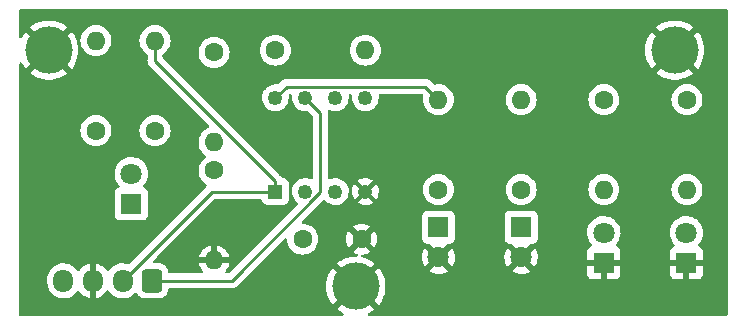
<source format=gbr>
%TF.GenerationSoftware,KiCad,Pcbnew,(6.0.8)*%
%TF.CreationDate,2022-11-29T14:53:20+01:00*%
%TF.ProjectId,l_g_d_d,6c5f675f-645f-4642-9e6b-696361645f70,rev?*%
%TF.SameCoordinates,Original*%
%TF.FileFunction,Copper,L2,Bot*%
%TF.FilePolarity,Positive*%
%FSLAX46Y46*%
G04 Gerber Fmt 4.6, Leading zero omitted, Abs format (unit mm)*
G04 Created by KiCad (PCBNEW (6.0.8)) date 2022-11-29 14:53:20*
%MOMM*%
%LPD*%
G01*
G04 APERTURE LIST*
G04 Aperture macros list*
%AMRoundRect*
0 Rectangle with rounded corners*
0 $1 Rounding radius*
0 $2 $3 $4 $5 $6 $7 $8 $9 X,Y pos of 4 corners*
0 Add a 4 corners polygon primitive as box body*
4,1,4,$2,$3,$4,$5,$6,$7,$8,$9,$2,$3,0*
0 Add four circle primitives for the rounded corners*
1,1,$1+$1,$2,$3*
1,1,$1+$1,$4,$5*
1,1,$1+$1,$6,$7*
1,1,$1+$1,$8,$9*
0 Add four rect primitives between the rounded corners*
20,1,$1+$1,$2,$3,$4,$5,0*
20,1,$1+$1,$4,$5,$6,$7,0*
20,1,$1+$1,$6,$7,$8,$9,0*
20,1,$1+$1,$8,$9,$2,$3,0*%
G04 Aperture macros list end*
%TA.AperFunction,ComponentPad*%
%ADD10C,4.000000*%
%TD*%
%TA.AperFunction,ComponentPad*%
%ADD11C,1.600000*%
%TD*%
%TA.AperFunction,ComponentPad*%
%ADD12O,1.600000X1.600000*%
%TD*%
%TA.AperFunction,ComponentPad*%
%ADD13R,1.800000X1.800000*%
%TD*%
%TA.AperFunction,ComponentPad*%
%ADD14C,1.800000*%
%TD*%
%TA.AperFunction,ComponentPad*%
%ADD15RoundRect,0.250000X0.600000X0.725000X-0.600000X0.725000X-0.600000X-0.725000X0.600000X-0.725000X0*%
%TD*%
%TA.AperFunction,ComponentPad*%
%ADD16O,1.700000X1.950000*%
%TD*%
%TA.AperFunction,ComponentPad*%
%ADD17R,1.250000X1.250000*%
%TD*%
%TA.AperFunction,ComponentPad*%
%ADD18C,1.250000*%
%TD*%
%TA.AperFunction,Conductor*%
%ADD19C,0.250000*%
%TD*%
G04 APERTURE END LIST*
D10*
%TO.P,,1*%
%TO.N,GND*%
X100000000Y-64000000D03*
%TD*%
%TO.P,,1*%
%TO.N,GND*%
X153000000Y-64000000D03*
%TD*%
%TO.P,,1*%
%TO.N,GND*%
X126000000Y-84000000D03*
%TD*%
D11*
%TO.P,10k,1*%
%TO.N,Net-(R_IRR2-Pad1)*%
X140000000Y-75810000D03*
D12*
%TO.P,10k,2*%
%TO.N,VCC*%
X140000000Y-68190000D03*
%TD*%
D13*
%TO.P,D1,1,K*%
%TO.N,Net-(D1-Pad1)*%
X107000000Y-77000000D03*
D14*
%TO.P,D1,2,A*%
%TO.N,VCC*%
X107000000Y-74460000D03*
%TD*%
D13*
%TO.P,IRLED2,1,K*%
%TO.N,GND*%
X154000000Y-82000000D03*
D14*
%TO.P,IRLED2,2,A*%
%TO.N,Net-(R_IRE2-Pad2)*%
X154000000Y-79460000D03*
%TD*%
D11*
%TO.P,1k,1*%
%TO.N,VCC*%
X147000000Y-68190000D03*
D12*
%TO.P,1k,2*%
%TO.N,Net-(IRLED1-Pad2)*%
X147000000Y-75810000D03*
%TD*%
D15*
%TO.P,J1,1,Pin_1*%
%TO.N,Signal2*%
X108750000Y-83525000D03*
D16*
%TO.P,J1,2,Pin_2*%
%TO.N,Signal1*%
X106250000Y-83525000D03*
%TO.P,J1,3,Pin_3*%
%TO.N,GND*%
X103750000Y-83525000D03*
%TO.P,J1,4,Pin_4*%
%TO.N,VCC*%
X101250000Y-83525000D03*
%TD*%
D11*
%TO.P,10k,1*%
%TO.N,VCC*%
X114000000Y-64190000D03*
D12*
%TO.P,10k,2*%
%TO.N,Net-(C1-Pad2)*%
X114000000Y-71810000D03*
%TD*%
D13*
%TO.P,Q2,1,C*%
%TO.N,Net-(R_IRR2-Pad1)*%
X140000000Y-79000000D03*
D14*
%TO.P,Q2,2,E*%
%TO.N,GND*%
X140000000Y-81540000D03*
%TD*%
D17*
%TO.P,U1,1,1OUT*%
%TO.N,Signal1*%
X119190000Y-75970000D03*
D18*
%TO.P,U1,2,1IN\u2212*%
%TO.N,Net-(C1-Pad2)*%
X121730000Y-75970000D03*
%TO.P,U1,3,1IN+*%
%TO.N,Net-(Q1-Pad1)*%
X124270000Y-75970000D03*
%TO.P,U1,4,GND*%
%TO.N,GND*%
X126810000Y-75970000D03*
%TO.P,U1,5,2IN+*%
%TO.N,Net-(R_IRR2-Pad1)*%
X126810000Y-68030000D03*
%TO.P,U1,6,2IN-*%
%TO.N,Net-(C1-Pad2)*%
X124270000Y-68030000D03*
%TO.P,U1,7,2OUT*%
%TO.N,Signal2*%
X121730000Y-68030000D03*
%TO.P,U1,8,VCC*%
%TO.N,VCC*%
X119190000Y-68030000D03*
%TD*%
D11*
%TO.P,10k,1*%
%TO.N,Net-(C1-Pad2)*%
X114000000Y-74190000D03*
D12*
%TO.P,10k,2*%
%TO.N,GND*%
X114000000Y-81810000D03*
%TD*%
D13*
%TO.P,IRLED1,1,K*%
%TO.N,GND*%
X147000000Y-82000000D03*
D14*
%TO.P,IRLED1,2,A*%
%TO.N,Net-(IRLED1-Pad2)*%
X147000000Y-79460000D03*
%TD*%
D11*
%TO.P,1k,1*%
%TO.N,Net-(D1-Pad1)*%
X109000000Y-70810000D03*
D12*
%TO.P,1k,2*%
%TO.N,Signal1*%
X109000000Y-63190000D03*
%TD*%
D11*
%TO.P,C1,1*%
%TO.N,GND*%
X126500000Y-80000000D03*
%TO.P,C1,2*%
%TO.N,Net-(C1-Pad2)*%
X121500000Y-80000000D03*
%TD*%
D13*
%TO.P,Q1,1,C*%
%TO.N,Net-(Q1-Pad1)*%
X133000000Y-79000000D03*
D14*
%TO.P,Q1,2,E*%
%TO.N,GND*%
X133000000Y-81540000D03*
%TD*%
D11*
%TO.P,10k,1*%
%TO.N,VCC*%
X104000000Y-70810000D03*
D12*
%TO.P,10k,2*%
%TO.N,Signal1*%
X104000000Y-63190000D03*
%TD*%
D11*
%TO.P,1k,1*%
%TO.N,VCC*%
X154040000Y-68190000D03*
D12*
%TO.P,1k,2*%
%TO.N,Net-(R_IRE2-Pad2)*%
X154040000Y-75810000D03*
%TD*%
D11*
%TO.P,10k,1*%
%TO.N,Net-(Q1-Pad1)*%
X133000000Y-75810000D03*
D12*
%TO.P,10k,2*%
%TO.N,VCC*%
X133000000Y-68190000D03*
%TD*%
D11*
%TO.P,10k,1*%
%TO.N,VCC*%
X119190000Y-64000000D03*
D12*
%TO.P,10k,2*%
%TO.N,Signal2*%
X126810000Y-64000000D03*
%TD*%
D19*
%TO.N,VCC*%
X120140000Y-67080000D02*
X119190000Y-68030000D01*
X131890000Y-67080000D02*
X120140000Y-67080000D01*
X133000000Y-68190000D02*
X131890000Y-67080000D01*
%TO.N,Signal1*%
X119190000Y-75970000D02*
X113805000Y-75970000D01*
X119190000Y-75970000D02*
X119190000Y-75095000D01*
X113805000Y-75970000D02*
X106250000Y-83525000D01*
X119190000Y-75095000D02*
X109000000Y-64905000D01*
X109000000Y-64905000D02*
X109000000Y-63190000D01*
%TO.N,Signal2*%
X115518503Y-83525000D02*
X123000000Y-76043503D01*
X108750000Y-83525000D02*
X115518503Y-83525000D01*
X123000000Y-76043503D02*
X123000000Y-69300000D01*
X123000000Y-69300000D02*
X121730000Y-68030000D01*
%TD*%
%TA.AperFunction,Conductor*%
%TO.N,GND*%
G36*
X157433621Y-60528502D02*
G01*
X157480114Y-60582158D01*
X157491500Y-60634500D01*
X157491500Y-86365500D01*
X157471498Y-86433621D01*
X157417842Y-86480114D01*
X157365500Y-86491500D01*
X127164697Y-86491500D01*
X127096576Y-86471498D01*
X127050083Y-86417842D01*
X127039979Y-86347568D01*
X127069473Y-86282988D01*
X127103996Y-86255085D01*
X127343039Y-86123670D01*
X127349719Y-86119430D01*
X127572823Y-85957336D01*
X127581246Y-85946413D01*
X127574342Y-85933552D01*
X126012812Y-84372022D01*
X125998868Y-84364408D01*
X125997035Y-84364539D01*
X125990420Y-84368790D01*
X124425334Y-85933876D01*
X124418721Y-85945987D01*
X124427548Y-85957605D01*
X124650281Y-86119430D01*
X124656961Y-86123670D01*
X124896004Y-86255085D01*
X124946063Y-86305431D01*
X124960956Y-86374848D01*
X124935955Y-86441297D01*
X124878998Y-86483681D01*
X124835303Y-86491500D01*
X97634500Y-86491500D01*
X97566379Y-86471498D01*
X97519886Y-86417842D01*
X97508500Y-86365500D01*
X97508500Y-83707890D01*
X99891500Y-83707890D01*
X99906080Y-83879720D01*
X99907418Y-83884875D01*
X99907419Y-83884881D01*
X99962657Y-84097703D01*
X99963999Y-84102872D01*
X99966191Y-84107738D01*
X99966192Y-84107741D01*
X99989057Y-84158500D01*
X100058688Y-84313075D01*
X100187441Y-84504319D01*
X100191120Y-84508176D01*
X100191122Y-84508178D01*
X100252710Y-84572738D01*
X100346576Y-84671135D01*
X100531542Y-84808754D01*
X100536293Y-84811170D01*
X100536297Y-84811172D01*
X100599481Y-84843296D01*
X100737051Y-84913240D01*
X100742145Y-84914822D01*
X100742148Y-84914823D01*
X100907583Y-84966192D01*
X100957227Y-84981607D01*
X100962516Y-84982308D01*
X101180489Y-85011198D01*
X101180494Y-85011198D01*
X101185774Y-85011898D01*
X101191103Y-85011698D01*
X101191105Y-85011698D01*
X101300966Y-85007574D01*
X101416158Y-85003249D01*
X101438802Y-84998498D01*
X101636572Y-84957002D01*
X101641791Y-84955907D01*
X101646750Y-84953949D01*
X101646752Y-84953948D01*
X101851256Y-84873185D01*
X101851258Y-84873184D01*
X101856221Y-84871224D01*
X101861525Y-84868006D01*
X102048757Y-84754390D01*
X102048756Y-84754390D01*
X102053317Y-84751623D01*
X102093134Y-84717072D01*
X102223412Y-84604023D01*
X102223414Y-84604021D01*
X102227445Y-84600523D01*
X102291048Y-84522954D01*
X102370240Y-84426373D01*
X102370244Y-84426367D01*
X102373624Y-84422245D01*
X102387413Y-84398022D01*
X102391829Y-84390265D01*
X102442912Y-84340959D01*
X102512542Y-84327098D01*
X102578613Y-84353082D01*
X102605851Y-84382232D01*
X102684852Y-84499578D01*
X102691519Y-84507870D01*
X102843228Y-84666900D01*
X102851186Y-84673941D01*
X103027525Y-84805141D01*
X103036562Y-84810745D01*
X103232484Y-84910357D01*
X103242335Y-84914357D01*
X103452240Y-84979534D01*
X103462624Y-84981817D01*
X103478043Y-84983861D01*
X103492207Y-84981665D01*
X103496000Y-84968478D01*
X103496000Y-84966192D01*
X104004000Y-84966192D01*
X104007973Y-84979723D01*
X104018580Y-84981248D01*
X104136421Y-84956523D01*
X104146617Y-84953463D01*
X104351029Y-84872737D01*
X104360561Y-84868006D01*
X104548462Y-84753984D01*
X104557052Y-84747720D01*
X104723052Y-84603673D01*
X104730472Y-84596042D01*
X104869826Y-84426089D01*
X104875848Y-84417326D01*
X104891238Y-84390289D01*
X104942320Y-84340982D01*
X105011951Y-84327120D01*
X105078022Y-84353103D01*
X105105261Y-84382253D01*
X105134773Y-84426089D01*
X105187441Y-84504319D01*
X105191120Y-84508176D01*
X105191122Y-84508178D01*
X105252710Y-84572738D01*
X105346576Y-84671135D01*
X105531542Y-84808754D01*
X105536293Y-84811170D01*
X105536297Y-84811172D01*
X105599481Y-84843296D01*
X105737051Y-84913240D01*
X105742145Y-84914822D01*
X105742148Y-84914823D01*
X105907583Y-84966192D01*
X105957227Y-84981607D01*
X105962516Y-84982308D01*
X106180489Y-85011198D01*
X106180494Y-85011198D01*
X106185774Y-85011898D01*
X106191103Y-85011698D01*
X106191105Y-85011698D01*
X106300966Y-85007574D01*
X106416158Y-85003249D01*
X106438802Y-84998498D01*
X106636572Y-84957002D01*
X106641791Y-84955907D01*
X106646750Y-84953949D01*
X106646752Y-84953948D01*
X106851256Y-84873185D01*
X106851258Y-84873184D01*
X106856221Y-84871224D01*
X106861525Y-84868006D01*
X107048757Y-84754390D01*
X107048756Y-84754390D01*
X107053317Y-84751623D01*
X107093134Y-84717072D01*
X107223412Y-84604023D01*
X107223414Y-84604021D01*
X107227445Y-84600523D01*
X107256670Y-84564880D01*
X107315329Y-84524886D01*
X107386299Y-84522954D01*
X107447048Y-84559698D01*
X107461248Y-84578468D01*
X107477062Y-84604023D01*
X107551522Y-84724348D01*
X107676697Y-84849305D01*
X107682927Y-84853145D01*
X107682928Y-84853146D01*
X107820090Y-84937694D01*
X107827262Y-84942115D01*
X107862938Y-84953948D01*
X107988611Y-84995632D01*
X107988613Y-84995632D01*
X107995139Y-84997797D01*
X108001975Y-84998497D01*
X108001978Y-84998498D01*
X108037663Y-85002154D01*
X108099600Y-85008500D01*
X109400400Y-85008500D01*
X109403646Y-85008163D01*
X109403650Y-85008163D01*
X109499308Y-84998238D01*
X109499312Y-84998237D01*
X109506166Y-84997526D01*
X109512702Y-84995345D01*
X109512704Y-84995345D01*
X109644806Y-84951272D01*
X109673946Y-84941550D01*
X109824348Y-84848478D01*
X109949305Y-84723303D01*
X109981462Y-84671135D01*
X110038275Y-84578968D01*
X110038276Y-84578966D01*
X110042115Y-84572738D01*
X110097797Y-84404861D01*
X110099293Y-84390265D01*
X110105762Y-84327120D01*
X110108500Y-84300400D01*
X110108500Y-84284500D01*
X110128502Y-84216379D01*
X110182158Y-84169886D01*
X110234500Y-84158500D01*
X115439736Y-84158500D01*
X115450919Y-84159027D01*
X115458412Y-84160702D01*
X115466338Y-84160453D01*
X115466339Y-84160453D01*
X115526489Y-84158562D01*
X115530448Y-84158500D01*
X115558359Y-84158500D01*
X115562294Y-84158003D01*
X115562359Y-84157995D01*
X115574196Y-84157062D01*
X115606454Y-84156048D01*
X115610473Y-84155922D01*
X115618392Y-84155673D01*
X115637846Y-84150021D01*
X115657203Y-84146013D01*
X115669433Y-84144468D01*
X115669434Y-84144468D01*
X115677300Y-84143474D01*
X115684671Y-84140555D01*
X115684673Y-84140555D01*
X115718415Y-84127196D01*
X115729645Y-84123351D01*
X115764486Y-84113229D01*
X115764487Y-84113229D01*
X115772096Y-84111018D01*
X115778915Y-84106985D01*
X115778920Y-84106983D01*
X115789531Y-84100707D01*
X115807279Y-84092012D01*
X115826120Y-84084552D01*
X115861890Y-84058564D01*
X115871810Y-84052048D01*
X115903038Y-84033580D01*
X115903041Y-84033578D01*
X115909865Y-84029542D01*
X115924186Y-84015221D01*
X115937373Y-84003958D01*
X123487290Y-84003958D01*
X123506607Y-84310994D01*
X123507600Y-84318855D01*
X123565246Y-84621046D01*
X123567217Y-84628723D01*
X123662284Y-84921309D01*
X123665199Y-84928672D01*
X123796189Y-85207041D01*
X123800001Y-85213974D01*
X123964851Y-85473736D01*
X123969495Y-85480129D01*
X124044497Y-85570790D01*
X124057014Y-85579245D01*
X124067752Y-85573038D01*
X125627978Y-84012812D01*
X125634356Y-84001132D01*
X126364408Y-84001132D01*
X126364539Y-84002965D01*
X126368790Y-84009580D01*
X127931145Y-85571935D01*
X127944407Y-85579177D01*
X127954512Y-85571988D01*
X128030505Y-85480129D01*
X128035149Y-85473736D01*
X128199999Y-85213974D01*
X128203811Y-85207041D01*
X128334801Y-84928672D01*
X128337716Y-84921309D01*
X128432783Y-84628723D01*
X128434754Y-84621046D01*
X128492400Y-84318855D01*
X128493393Y-84310994D01*
X128512710Y-84003958D01*
X128512710Y-83996042D01*
X128493393Y-83689006D01*
X128492400Y-83681145D01*
X128434754Y-83378954D01*
X128432783Y-83371277D01*
X128337716Y-83078691D01*
X128334801Y-83071328D01*
X128203811Y-82792959D01*
X128199999Y-82786026D01*
X128146298Y-82701406D01*
X132203423Y-82701406D01*
X132208704Y-82708461D01*
X132385080Y-82811527D01*
X132394363Y-82815974D01*
X132601003Y-82894883D01*
X132610901Y-82897759D01*
X132827653Y-82941857D01*
X132837883Y-82943076D01*
X133058914Y-82951182D01*
X133069223Y-82950714D01*
X133288623Y-82922608D01*
X133298688Y-82920468D01*
X133510557Y-82856905D01*
X133520152Y-82853144D01*
X133718778Y-82755838D01*
X133727636Y-82750559D01*
X133785097Y-82709572D01*
X133791509Y-82701406D01*
X139203423Y-82701406D01*
X139208704Y-82708461D01*
X139385080Y-82811527D01*
X139394363Y-82815974D01*
X139601003Y-82894883D01*
X139610901Y-82897759D01*
X139827653Y-82941857D01*
X139837883Y-82943076D01*
X140058914Y-82951182D01*
X140069223Y-82950714D01*
X140116411Y-82944669D01*
X145592001Y-82944669D01*
X145592371Y-82951490D01*
X145597895Y-83002352D01*
X145601521Y-83017604D01*
X145646676Y-83138054D01*
X145655214Y-83153649D01*
X145731715Y-83255724D01*
X145744276Y-83268285D01*
X145846351Y-83344786D01*
X145861946Y-83353324D01*
X145982394Y-83398478D01*
X145997649Y-83402105D01*
X146048514Y-83407631D01*
X146055328Y-83408000D01*
X146727885Y-83408000D01*
X146743124Y-83403525D01*
X146744329Y-83402135D01*
X146746000Y-83394452D01*
X146746000Y-83389884D01*
X147254000Y-83389884D01*
X147258475Y-83405123D01*
X147259865Y-83406328D01*
X147267548Y-83407999D01*
X147944669Y-83407999D01*
X147951490Y-83407629D01*
X148002352Y-83402105D01*
X148017604Y-83398479D01*
X148138054Y-83353324D01*
X148153649Y-83344786D01*
X148255724Y-83268285D01*
X148268285Y-83255724D01*
X148344786Y-83153649D01*
X148353324Y-83138054D01*
X148398478Y-83017606D01*
X148402105Y-83002351D01*
X148407631Y-82951486D01*
X148408000Y-82944672D01*
X148408000Y-82944669D01*
X152592001Y-82944669D01*
X152592371Y-82951490D01*
X152597895Y-83002352D01*
X152601521Y-83017604D01*
X152646676Y-83138054D01*
X152655214Y-83153649D01*
X152731715Y-83255724D01*
X152744276Y-83268285D01*
X152846351Y-83344786D01*
X152861946Y-83353324D01*
X152982394Y-83398478D01*
X152997649Y-83402105D01*
X153048514Y-83407631D01*
X153055328Y-83408000D01*
X153727885Y-83408000D01*
X153743124Y-83403525D01*
X153744329Y-83402135D01*
X153746000Y-83394452D01*
X153746000Y-83389884D01*
X154254000Y-83389884D01*
X154258475Y-83405123D01*
X154259865Y-83406328D01*
X154267548Y-83407999D01*
X154944669Y-83407999D01*
X154951490Y-83407629D01*
X155002352Y-83402105D01*
X155017604Y-83398479D01*
X155138054Y-83353324D01*
X155153649Y-83344786D01*
X155255724Y-83268285D01*
X155268285Y-83255724D01*
X155344786Y-83153649D01*
X155353324Y-83138054D01*
X155398478Y-83017606D01*
X155402105Y-83002351D01*
X155407631Y-82951486D01*
X155408000Y-82944672D01*
X155408000Y-82272115D01*
X155403525Y-82256876D01*
X155402135Y-82255671D01*
X155394452Y-82254000D01*
X154272115Y-82254000D01*
X154256876Y-82258475D01*
X154255671Y-82259865D01*
X154254000Y-82267548D01*
X154254000Y-83389884D01*
X153746000Y-83389884D01*
X153746000Y-82272115D01*
X153741525Y-82256876D01*
X153740135Y-82255671D01*
X153732452Y-82254000D01*
X152610116Y-82254000D01*
X152594877Y-82258475D01*
X152593672Y-82259865D01*
X152592001Y-82267548D01*
X152592001Y-82944669D01*
X148408000Y-82944669D01*
X148408000Y-82272115D01*
X148403525Y-82256876D01*
X148402135Y-82255671D01*
X148394452Y-82254000D01*
X147272115Y-82254000D01*
X147256876Y-82258475D01*
X147255671Y-82259865D01*
X147254000Y-82267548D01*
X147254000Y-83389884D01*
X146746000Y-83389884D01*
X146746000Y-82272115D01*
X146741525Y-82256876D01*
X146740135Y-82255671D01*
X146732452Y-82254000D01*
X145610116Y-82254000D01*
X145594877Y-82258475D01*
X145593672Y-82259865D01*
X145592001Y-82267548D01*
X145592001Y-82944669D01*
X140116411Y-82944669D01*
X140288623Y-82922608D01*
X140298688Y-82920468D01*
X140510557Y-82856905D01*
X140520152Y-82853144D01*
X140718778Y-82755838D01*
X140727636Y-82750559D01*
X140785097Y-82709572D01*
X140793497Y-82698874D01*
X140786510Y-82685721D01*
X140012811Y-81912021D01*
X139998868Y-81904408D01*
X139997034Y-81904539D01*
X139990420Y-81908790D01*
X139210180Y-82689031D01*
X139203423Y-82701406D01*
X133791509Y-82701406D01*
X133793497Y-82698874D01*
X133786510Y-82685721D01*
X133012811Y-81912021D01*
X132998868Y-81904408D01*
X132997034Y-81904539D01*
X132990420Y-81908790D01*
X132210180Y-82689031D01*
X132203423Y-82701406D01*
X128146298Y-82701406D01*
X128035149Y-82526264D01*
X128030505Y-82519871D01*
X127955503Y-82429210D01*
X127942986Y-82420755D01*
X127932248Y-82426962D01*
X126372022Y-83987188D01*
X126364408Y-84001132D01*
X125634356Y-84001132D01*
X125635592Y-83998868D01*
X125635461Y-83997035D01*
X125631210Y-83990420D01*
X124068855Y-82428065D01*
X124055593Y-82420823D01*
X124045488Y-82428012D01*
X123969495Y-82519871D01*
X123964851Y-82526264D01*
X123800001Y-82786026D01*
X123796189Y-82792959D01*
X123665199Y-83071328D01*
X123662284Y-83078691D01*
X123567217Y-83371277D01*
X123565246Y-83378954D01*
X123507600Y-83681145D01*
X123506607Y-83689006D01*
X123487290Y-83996042D01*
X123487290Y-84003958D01*
X115937373Y-84003958D01*
X115939220Y-84002380D01*
X115944054Y-83998868D01*
X115955610Y-83990472D01*
X115983801Y-83956395D01*
X115991791Y-83947616D01*
X117885820Y-82053587D01*
X124418754Y-82053587D01*
X124425658Y-82066448D01*
X125987188Y-83627978D01*
X126001132Y-83635592D01*
X126002965Y-83635461D01*
X126009580Y-83631210D01*
X127574666Y-82066124D01*
X127581279Y-82054013D01*
X127572452Y-82042395D01*
X127349719Y-81880570D01*
X127343039Y-81876330D01*
X127073428Y-81728110D01*
X127066293Y-81724753D01*
X126780230Y-81611492D01*
X126772704Y-81609047D01*
X126557369Y-81553758D01*
X126496363Y-81517444D01*
X126492968Y-81510638D01*
X131587893Y-81510638D01*
X131600627Y-81731468D01*
X131602061Y-81741670D01*
X131650685Y-81957439D01*
X131653773Y-81967292D01*
X131736986Y-82172220D01*
X131741634Y-82181421D01*
X131830097Y-82325781D01*
X131840553Y-82335242D01*
X131849331Y-82331458D01*
X132627979Y-81552811D01*
X132634356Y-81541132D01*
X133364408Y-81541132D01*
X133364539Y-81542966D01*
X133368790Y-81549580D01*
X134146307Y-82327096D01*
X134158313Y-82333652D01*
X134170052Y-82324684D01*
X134208010Y-82271859D01*
X134213321Y-82263020D01*
X134311318Y-82064737D01*
X134315117Y-82055142D01*
X134379415Y-81843517D01*
X134381594Y-81833436D01*
X134410702Y-81612338D01*
X134411221Y-81605663D01*
X134412744Y-81543364D01*
X134412550Y-81536646D01*
X134410412Y-81510638D01*
X138587893Y-81510638D01*
X138600627Y-81731468D01*
X138602061Y-81741670D01*
X138650685Y-81957439D01*
X138653773Y-81967292D01*
X138736986Y-82172220D01*
X138741634Y-82181421D01*
X138830097Y-82325781D01*
X138840553Y-82335242D01*
X138849331Y-82331458D01*
X139627979Y-81552811D01*
X139634356Y-81541132D01*
X140364408Y-81541132D01*
X140364539Y-81542966D01*
X140368790Y-81549580D01*
X141146307Y-82327096D01*
X141158313Y-82333652D01*
X141170052Y-82324684D01*
X141208010Y-82271859D01*
X141213321Y-82263020D01*
X141311318Y-82064737D01*
X141315117Y-82055142D01*
X141379415Y-81843517D01*
X141381594Y-81833436D01*
X141410702Y-81612338D01*
X141411221Y-81605663D01*
X141412744Y-81543364D01*
X141412550Y-81536646D01*
X141394279Y-81314400D01*
X141392596Y-81304238D01*
X141338710Y-81089708D01*
X141335389Y-81079953D01*
X141247193Y-80877118D01*
X141242315Y-80868020D01*
X141169224Y-80755038D01*
X141158538Y-80745835D01*
X141148973Y-80750238D01*
X140372021Y-81527189D01*
X140364408Y-81541132D01*
X139634356Y-81541132D01*
X139635592Y-81538868D01*
X139635461Y-81537034D01*
X139631210Y-81530420D01*
X138853862Y-80753073D01*
X138842330Y-80746776D01*
X138830048Y-80756399D01*
X138774467Y-80837877D01*
X138769379Y-80846833D01*
X138676252Y-81047459D01*
X138672689Y-81057146D01*
X138613581Y-81270280D01*
X138611650Y-81280400D01*
X138588145Y-81500349D01*
X138587893Y-81510638D01*
X134410412Y-81510638D01*
X134394279Y-81314400D01*
X134392596Y-81304238D01*
X134338710Y-81089708D01*
X134335389Y-81079953D01*
X134247193Y-80877118D01*
X134242315Y-80868020D01*
X134169224Y-80755038D01*
X134158538Y-80745835D01*
X134148973Y-80750238D01*
X133372021Y-81527189D01*
X133364408Y-81541132D01*
X132634356Y-81541132D01*
X132635592Y-81538868D01*
X132635461Y-81537034D01*
X132631210Y-81530420D01*
X131853862Y-80753073D01*
X131842330Y-80746776D01*
X131830048Y-80756399D01*
X131774467Y-80837877D01*
X131769379Y-80846833D01*
X131676252Y-81047459D01*
X131672689Y-81057146D01*
X131613581Y-81270280D01*
X131611650Y-81280400D01*
X131588145Y-81500349D01*
X131587893Y-81510638D01*
X126492968Y-81510638D01*
X126464674Y-81453911D01*
X126472364Y-81383332D01*
X126516992Y-81328115D01*
X126577723Y-81306196D01*
X126722520Y-81293528D01*
X126733312Y-81291625D01*
X126943761Y-81235236D01*
X126954053Y-81231490D01*
X127151511Y-81139414D01*
X127161006Y-81133931D01*
X127213048Y-81097491D01*
X127221424Y-81087012D01*
X127214356Y-81073566D01*
X126512812Y-80372022D01*
X126498868Y-80364408D01*
X126497035Y-80364539D01*
X126490420Y-80368790D01*
X125784923Y-81074287D01*
X125778493Y-81086062D01*
X125787789Y-81098077D01*
X125838994Y-81133931D01*
X125848489Y-81139414D01*
X126045947Y-81231490D01*
X126056239Y-81235236D01*
X126090041Y-81244293D01*
X126150664Y-81281245D01*
X126181685Y-81345105D01*
X126173257Y-81415600D01*
X126128054Y-81470347D01*
X126057430Y-81492000D01*
X125846169Y-81492000D01*
X125838278Y-81492497D01*
X125533050Y-81531055D01*
X125525279Y-81532538D01*
X125227296Y-81609047D01*
X125219770Y-81611492D01*
X124933707Y-81724753D01*
X124926572Y-81728110D01*
X124656961Y-81876330D01*
X124650281Y-81880570D01*
X124427177Y-82042664D01*
X124418754Y-82053587D01*
X117885820Y-82053587D01*
X119975557Y-79963850D01*
X120037869Y-79929824D01*
X120108684Y-79934889D01*
X120165520Y-79977436D01*
X120190173Y-80041963D01*
X120206457Y-80228087D01*
X120207881Y-80233400D01*
X120207881Y-80233402D01*
X120255571Y-80411380D01*
X120265716Y-80449243D01*
X120268039Y-80454224D01*
X120268039Y-80454225D01*
X120360151Y-80651762D01*
X120360154Y-80651767D01*
X120362477Y-80656749D01*
X120365634Y-80661257D01*
X120489305Y-80837877D01*
X120493802Y-80844300D01*
X120655700Y-81006198D01*
X120660208Y-81009355D01*
X120660211Y-81009357D01*
X120716133Y-81048514D01*
X120843251Y-81137523D01*
X120848233Y-81139846D01*
X120848238Y-81139849D01*
X121044765Y-81231490D01*
X121050757Y-81234284D01*
X121056065Y-81235706D01*
X121056067Y-81235707D01*
X121266598Y-81292119D01*
X121266600Y-81292119D01*
X121271913Y-81293543D01*
X121500000Y-81313498D01*
X121728087Y-81293543D01*
X121733400Y-81292119D01*
X121733402Y-81292119D01*
X121943933Y-81235707D01*
X121943935Y-81235706D01*
X121949243Y-81234284D01*
X121955235Y-81231490D01*
X122151762Y-81139849D01*
X122151767Y-81139846D01*
X122156749Y-81137523D01*
X122283867Y-81048514D01*
X122339789Y-81009357D01*
X122339792Y-81009355D01*
X122344300Y-81006198D01*
X122506198Y-80844300D01*
X122510696Y-80837877D01*
X122634366Y-80661257D01*
X122637523Y-80656749D01*
X122639846Y-80651767D01*
X122639849Y-80651762D01*
X122731961Y-80454225D01*
X122731961Y-80454224D01*
X122734284Y-80449243D01*
X122744430Y-80411380D01*
X122792119Y-80233402D01*
X122792119Y-80233400D01*
X122793543Y-80228087D01*
X122813019Y-80005475D01*
X125187483Y-80005475D01*
X125206472Y-80222519D01*
X125208375Y-80233312D01*
X125264764Y-80443761D01*
X125268510Y-80454053D01*
X125360586Y-80651511D01*
X125366069Y-80661006D01*
X125402509Y-80713048D01*
X125412988Y-80721424D01*
X125426434Y-80714356D01*
X126127978Y-80012812D01*
X126134356Y-80001132D01*
X126864408Y-80001132D01*
X126864539Y-80002965D01*
X126868790Y-80009580D01*
X127574287Y-80715077D01*
X127586062Y-80721507D01*
X127598077Y-80712211D01*
X127633931Y-80661006D01*
X127639414Y-80651511D01*
X127731490Y-80454053D01*
X127735236Y-80443761D01*
X127791625Y-80233312D01*
X127793528Y-80222519D01*
X127812517Y-80005475D01*
X127812517Y-79994525D01*
X127808458Y-79948134D01*
X131591500Y-79948134D01*
X131598255Y-80010316D01*
X131649385Y-80146705D01*
X131736739Y-80263261D01*
X131853295Y-80350615D01*
X131989684Y-80401745D01*
X132051866Y-80408500D01*
X132175520Y-80408500D01*
X132243641Y-80428502D01*
X132264616Y-80445405D01*
X132987189Y-81167979D01*
X133001132Y-81175592D01*
X133002966Y-81175461D01*
X133009580Y-81171210D01*
X133735384Y-80445405D01*
X133797697Y-80411380D01*
X133824480Y-80408500D01*
X133948134Y-80408500D01*
X134010316Y-80401745D01*
X134146705Y-80350615D01*
X134263261Y-80263261D01*
X134350615Y-80146705D01*
X134401745Y-80010316D01*
X134408500Y-79948134D01*
X138591500Y-79948134D01*
X138598255Y-80010316D01*
X138649385Y-80146705D01*
X138736739Y-80263261D01*
X138853295Y-80350615D01*
X138989684Y-80401745D01*
X139051866Y-80408500D01*
X139175520Y-80408500D01*
X139243641Y-80428502D01*
X139264616Y-80445405D01*
X139987189Y-81167979D01*
X140001132Y-81175592D01*
X140002966Y-81175461D01*
X140009580Y-81171210D01*
X140735384Y-80445405D01*
X140797697Y-80411380D01*
X140824480Y-80408500D01*
X140948134Y-80408500D01*
X141010316Y-80401745D01*
X141146705Y-80350615D01*
X141263261Y-80263261D01*
X141350615Y-80146705D01*
X141401745Y-80010316D01*
X141408500Y-79948134D01*
X141408500Y-79425469D01*
X145587095Y-79425469D01*
X145587392Y-79430622D01*
X145587392Y-79430625D01*
X145594041Y-79545947D01*
X145600427Y-79656697D01*
X145601564Y-79661743D01*
X145601565Y-79661749D01*
X145626392Y-79771913D01*
X145651346Y-79882642D01*
X145653288Y-79887424D01*
X145653289Y-79887428D01*
X145736540Y-80092450D01*
X145738484Y-80097237D01*
X145859501Y-80294719D01*
X145862882Y-80298622D01*
X145971653Y-80424191D01*
X146001135Y-80488776D01*
X145991020Y-80559049D01*
X145944519Y-80612697D01*
X145920646Y-80624670D01*
X145861944Y-80646677D01*
X145846351Y-80655214D01*
X145744276Y-80731715D01*
X145731715Y-80744276D01*
X145655214Y-80846351D01*
X145646676Y-80861946D01*
X145601522Y-80982394D01*
X145597895Y-80997649D01*
X145592369Y-81048514D01*
X145592000Y-81055328D01*
X145592000Y-81727885D01*
X145596475Y-81743124D01*
X145597865Y-81744329D01*
X145605548Y-81746000D01*
X148389884Y-81746000D01*
X148405123Y-81741525D01*
X148406328Y-81740135D01*
X148407999Y-81732452D01*
X148407999Y-81055331D01*
X148407629Y-81048510D01*
X148402105Y-80997648D01*
X148398479Y-80982396D01*
X148353324Y-80861946D01*
X148344786Y-80846351D01*
X148268285Y-80744276D01*
X148255724Y-80731715D01*
X148153649Y-80655214D01*
X148138052Y-80646675D01*
X148079415Y-80624693D01*
X148022650Y-80582052D01*
X147997950Y-80515490D01*
X148013157Y-80446141D01*
X148034703Y-80417461D01*
X148072641Y-80379654D01*
X148076303Y-80376005D01*
X148211458Y-80187917D01*
X148258641Y-80092450D01*
X148311784Y-79984922D01*
X148311785Y-79984920D01*
X148314078Y-79980280D01*
X148381408Y-79758671D01*
X148411640Y-79529041D01*
X148413327Y-79460000D01*
X148410488Y-79425469D01*
X152587095Y-79425469D01*
X152587392Y-79430622D01*
X152587392Y-79430625D01*
X152594041Y-79545947D01*
X152600427Y-79656697D01*
X152601564Y-79661743D01*
X152601565Y-79661749D01*
X152626392Y-79771913D01*
X152651346Y-79882642D01*
X152653288Y-79887424D01*
X152653289Y-79887428D01*
X152736540Y-80092450D01*
X152738484Y-80097237D01*
X152859501Y-80294719D01*
X152862882Y-80298622D01*
X152971653Y-80424191D01*
X153001135Y-80488776D01*
X152991020Y-80559049D01*
X152944519Y-80612697D01*
X152920646Y-80624670D01*
X152861944Y-80646677D01*
X152846351Y-80655214D01*
X152744276Y-80731715D01*
X152731715Y-80744276D01*
X152655214Y-80846351D01*
X152646676Y-80861946D01*
X152601522Y-80982394D01*
X152597895Y-80997649D01*
X152592369Y-81048514D01*
X152592000Y-81055328D01*
X152592000Y-81727885D01*
X152596475Y-81743124D01*
X152597865Y-81744329D01*
X152605548Y-81746000D01*
X155389884Y-81746000D01*
X155405123Y-81741525D01*
X155406328Y-81740135D01*
X155407999Y-81732452D01*
X155407999Y-81055331D01*
X155407629Y-81048510D01*
X155402105Y-80997648D01*
X155398479Y-80982396D01*
X155353324Y-80861946D01*
X155344786Y-80846351D01*
X155268285Y-80744276D01*
X155255724Y-80731715D01*
X155153649Y-80655214D01*
X155138052Y-80646675D01*
X155079415Y-80624693D01*
X155022650Y-80582052D01*
X154997950Y-80515490D01*
X155013157Y-80446141D01*
X155034703Y-80417461D01*
X155072641Y-80379654D01*
X155076303Y-80376005D01*
X155211458Y-80187917D01*
X155258641Y-80092450D01*
X155311784Y-79984922D01*
X155311785Y-79984920D01*
X155314078Y-79980280D01*
X155381408Y-79758671D01*
X155411640Y-79529041D01*
X155413327Y-79460000D01*
X155404159Y-79348489D01*
X155394773Y-79234318D01*
X155394772Y-79234312D01*
X155394349Y-79229167D01*
X155337925Y-79004533D01*
X155335866Y-78999797D01*
X155247630Y-78796868D01*
X155247628Y-78796865D01*
X155245570Y-78792131D01*
X155119764Y-78597665D01*
X154963887Y-78426358D01*
X154959836Y-78423159D01*
X154959832Y-78423155D01*
X154786177Y-78286011D01*
X154786172Y-78286008D01*
X154782123Y-78282810D01*
X154777607Y-78280317D01*
X154777604Y-78280315D01*
X154583879Y-78173373D01*
X154583875Y-78173371D01*
X154579355Y-78170876D01*
X154574486Y-78169152D01*
X154574482Y-78169150D01*
X154365903Y-78095288D01*
X154365899Y-78095287D01*
X154361028Y-78093562D01*
X154355935Y-78092655D01*
X154355932Y-78092654D01*
X154138095Y-78053851D01*
X154138089Y-78053850D01*
X154133006Y-78052945D01*
X154060096Y-78052054D01*
X153906581Y-78050179D01*
X153906579Y-78050179D01*
X153901411Y-78050116D01*
X153672464Y-78085150D01*
X153452314Y-78157106D01*
X153447726Y-78159494D01*
X153447722Y-78159496D01*
X153421065Y-78173373D01*
X153246872Y-78264052D01*
X153242739Y-78267155D01*
X153242736Y-78267157D01*
X153065790Y-78400012D01*
X153061655Y-78403117D01*
X153058083Y-78406855D01*
X152934747Y-78535919D01*
X152901639Y-78570564D01*
X152898725Y-78574836D01*
X152898724Y-78574837D01*
X152883152Y-78597665D01*
X152771119Y-78761899D01*
X152673602Y-78971981D01*
X152611707Y-79195169D01*
X152587095Y-79425469D01*
X148410488Y-79425469D01*
X148404159Y-79348489D01*
X148394773Y-79234318D01*
X148394772Y-79234312D01*
X148394349Y-79229167D01*
X148337925Y-79004533D01*
X148335866Y-78999797D01*
X148247630Y-78796868D01*
X148247628Y-78796865D01*
X148245570Y-78792131D01*
X148119764Y-78597665D01*
X147963887Y-78426358D01*
X147959836Y-78423159D01*
X147959832Y-78423155D01*
X147786177Y-78286011D01*
X147786172Y-78286008D01*
X147782123Y-78282810D01*
X147777607Y-78280317D01*
X147777604Y-78280315D01*
X147583879Y-78173373D01*
X147583875Y-78173371D01*
X147579355Y-78170876D01*
X147574486Y-78169152D01*
X147574482Y-78169150D01*
X147365903Y-78095288D01*
X147365899Y-78095287D01*
X147361028Y-78093562D01*
X147355935Y-78092655D01*
X147355932Y-78092654D01*
X147138095Y-78053851D01*
X147138089Y-78053850D01*
X147133006Y-78052945D01*
X147060096Y-78052054D01*
X146906581Y-78050179D01*
X146906579Y-78050179D01*
X146901411Y-78050116D01*
X146672464Y-78085150D01*
X146452314Y-78157106D01*
X146447726Y-78159494D01*
X146447722Y-78159496D01*
X146421065Y-78173373D01*
X146246872Y-78264052D01*
X146242739Y-78267155D01*
X146242736Y-78267157D01*
X146065790Y-78400012D01*
X146061655Y-78403117D01*
X146058083Y-78406855D01*
X145934747Y-78535919D01*
X145901639Y-78570564D01*
X145898725Y-78574836D01*
X145898724Y-78574837D01*
X145883152Y-78597665D01*
X145771119Y-78761899D01*
X145673602Y-78971981D01*
X145611707Y-79195169D01*
X145587095Y-79425469D01*
X141408500Y-79425469D01*
X141408500Y-78051866D01*
X141401745Y-77989684D01*
X141350615Y-77853295D01*
X141263261Y-77736739D01*
X141146705Y-77649385D01*
X141010316Y-77598255D01*
X140948134Y-77591500D01*
X139051866Y-77591500D01*
X138989684Y-77598255D01*
X138853295Y-77649385D01*
X138736739Y-77736739D01*
X138649385Y-77853295D01*
X138598255Y-77989684D01*
X138591500Y-78051866D01*
X138591500Y-79948134D01*
X134408500Y-79948134D01*
X134408500Y-78051866D01*
X134401745Y-77989684D01*
X134350615Y-77853295D01*
X134263261Y-77736739D01*
X134146705Y-77649385D01*
X134010316Y-77598255D01*
X133948134Y-77591500D01*
X132051866Y-77591500D01*
X131989684Y-77598255D01*
X131853295Y-77649385D01*
X131736739Y-77736739D01*
X131649385Y-77853295D01*
X131598255Y-77989684D01*
X131591500Y-78051866D01*
X131591500Y-79948134D01*
X127808458Y-79948134D01*
X127793528Y-79777481D01*
X127791625Y-79766688D01*
X127735236Y-79556239D01*
X127731490Y-79545947D01*
X127639414Y-79348489D01*
X127633931Y-79338994D01*
X127597491Y-79286952D01*
X127587012Y-79278576D01*
X127573566Y-79285644D01*
X126872022Y-79987188D01*
X126864408Y-80001132D01*
X126134356Y-80001132D01*
X126135592Y-79998868D01*
X126135461Y-79997035D01*
X126131210Y-79990420D01*
X125425713Y-79284923D01*
X125413938Y-79278493D01*
X125401923Y-79287789D01*
X125366069Y-79338994D01*
X125360586Y-79348489D01*
X125268510Y-79545947D01*
X125264764Y-79556239D01*
X125208375Y-79766688D01*
X125206472Y-79777481D01*
X125187483Y-79994525D01*
X125187483Y-80005475D01*
X122813019Y-80005475D01*
X122813498Y-80000000D01*
X122793543Y-79771913D01*
X122779281Y-79718688D01*
X122735707Y-79556067D01*
X122735706Y-79556065D01*
X122734284Y-79550757D01*
X122639966Y-79348489D01*
X122639849Y-79348238D01*
X122639846Y-79348233D01*
X122637523Y-79343251D01*
X122506198Y-79155700D01*
X122344300Y-78993802D01*
X122339792Y-78990645D01*
X122339789Y-78990643D01*
X122228886Y-78912988D01*
X125778576Y-78912988D01*
X125785644Y-78926434D01*
X126487188Y-79627978D01*
X126501132Y-79635592D01*
X126502965Y-79635461D01*
X126509580Y-79631210D01*
X127215077Y-78925713D01*
X127221507Y-78913938D01*
X127212211Y-78901923D01*
X127161006Y-78866069D01*
X127151511Y-78860586D01*
X126954053Y-78768510D01*
X126943761Y-78764764D01*
X126733312Y-78708375D01*
X126722519Y-78706472D01*
X126505475Y-78687483D01*
X126494525Y-78687483D01*
X126277481Y-78706472D01*
X126266688Y-78708375D01*
X126056239Y-78764764D01*
X126045947Y-78768510D01*
X125848489Y-78860586D01*
X125838994Y-78866069D01*
X125786952Y-78902509D01*
X125778576Y-78912988D01*
X122228886Y-78912988D01*
X122213920Y-78902509D01*
X122156749Y-78862477D01*
X122151767Y-78860154D01*
X122151762Y-78860151D01*
X121954225Y-78768039D01*
X121954224Y-78768039D01*
X121949243Y-78765716D01*
X121943935Y-78764294D01*
X121943933Y-78764293D01*
X121733402Y-78707881D01*
X121733400Y-78707881D01*
X121728087Y-78706457D01*
X121612769Y-78696368D01*
X121541963Y-78690173D01*
X121475845Y-78664309D01*
X121434206Y-78606806D01*
X121430265Y-78535919D01*
X121463850Y-78475557D01*
X123228168Y-76711239D01*
X123290480Y-76677213D01*
X123361295Y-76682278D01*
X123405184Y-76710079D01*
X123407890Y-76712715D01*
X123514118Y-76816198D01*
X123553609Y-76854669D01*
X123558405Y-76857874D01*
X123558408Y-76857876D01*
X123638243Y-76911220D01*
X123726823Y-76970407D01*
X123732131Y-76972688D01*
X123732132Y-76972688D01*
X123912926Y-77050363D01*
X123912929Y-77050364D01*
X123918229Y-77052641D01*
X123923858Y-77053915D01*
X123923859Y-77053915D01*
X124115778Y-77097342D01*
X124115783Y-77097343D01*
X124121415Y-77098617D01*
X124127186Y-77098844D01*
X124127188Y-77098844D01*
X124189508Y-77101292D01*
X124329577Y-77106796D01*
X124432661Y-77091849D01*
X124530030Y-77077732D01*
X124530035Y-77077731D01*
X124535744Y-77076903D01*
X124541208Y-77075048D01*
X124541213Y-77075047D01*
X124727543Y-77011796D01*
X124733011Y-77009940D01*
X124914772Y-76908149D01*
X124926096Y-76898731D01*
X126169262Y-76898731D01*
X126179144Y-76911220D01*
X126262259Y-76966756D01*
X126272371Y-76972247D01*
X126453081Y-77049885D01*
X126464014Y-77053437D01*
X126655844Y-77096845D01*
X126667253Y-77098347D01*
X126863783Y-77106068D01*
X126875265Y-77105466D01*
X127069905Y-77077245D01*
X127081101Y-77074557D01*
X127267343Y-77011336D01*
X127277840Y-77006662D01*
X127448652Y-76911003D01*
X127454691Y-76902011D01*
X127448516Y-76891359D01*
X126822812Y-76265655D01*
X126808868Y-76258041D01*
X126807035Y-76258172D01*
X126800420Y-76262423D01*
X126175458Y-76887385D01*
X126169262Y-76898731D01*
X124926096Y-76898731D01*
X125074939Y-76774939D01*
X125181735Y-76646531D01*
X125204458Y-76619210D01*
X125208149Y-76614772D01*
X125309940Y-76433011D01*
X125336399Y-76355066D01*
X125375047Y-76241213D01*
X125375048Y-76241208D01*
X125376903Y-76235744D01*
X125377731Y-76230035D01*
X125377732Y-76230030D01*
X125406263Y-76033251D01*
X125406796Y-76029577D01*
X125408356Y-75970000D01*
X125406149Y-75945980D01*
X125672914Y-75945980D01*
X125685777Y-76142233D01*
X125687577Y-76153601D01*
X125735991Y-76344228D01*
X125739829Y-76355066D01*
X125822172Y-76533682D01*
X125827923Y-76543643D01*
X125869472Y-76602435D01*
X125880061Y-76610823D01*
X125893363Y-76603794D01*
X126514345Y-75982812D01*
X126520723Y-75971132D01*
X127098041Y-75971132D01*
X127098172Y-75972965D01*
X127102423Y-75979580D01*
X127730199Y-76607356D01*
X127743507Y-76614623D01*
X127750327Y-76609785D01*
X127750554Y-76609454D01*
X127846662Y-76437840D01*
X127851336Y-76427343D01*
X127914557Y-76241101D01*
X127917245Y-76229905D01*
X127945762Y-76033224D01*
X127946392Y-76025843D01*
X127947757Y-75973704D01*
X127947514Y-75966305D01*
X127933153Y-75810000D01*
X131686502Y-75810000D01*
X131706457Y-76038087D01*
X131765716Y-76259243D01*
X131768039Y-76264224D01*
X131768039Y-76264225D01*
X131860151Y-76461762D01*
X131860154Y-76461767D01*
X131862477Y-76466749D01*
X131916319Y-76543643D01*
X131984073Y-76640405D01*
X131993802Y-76654300D01*
X132155700Y-76816198D01*
X132160208Y-76819355D01*
X132160211Y-76819357D01*
X132202390Y-76848891D01*
X132343251Y-76947523D01*
X132348233Y-76949846D01*
X132348238Y-76949849D01*
X132542061Y-77040229D01*
X132550757Y-77044284D01*
X132556065Y-77045706D01*
X132556067Y-77045707D01*
X132766598Y-77102119D01*
X132766600Y-77102119D01*
X132771913Y-77103543D01*
X133000000Y-77123498D01*
X133228087Y-77103543D01*
X133233400Y-77102119D01*
X133233402Y-77102119D01*
X133443933Y-77045707D01*
X133443935Y-77045706D01*
X133449243Y-77044284D01*
X133457939Y-77040229D01*
X133651762Y-76949849D01*
X133651767Y-76949846D01*
X133656749Y-76947523D01*
X133797610Y-76848891D01*
X133839789Y-76819357D01*
X133839792Y-76819355D01*
X133844300Y-76816198D01*
X134006198Y-76654300D01*
X134015928Y-76640405D01*
X134083681Y-76543643D01*
X134137523Y-76466749D01*
X134139846Y-76461767D01*
X134139849Y-76461762D01*
X134231961Y-76264225D01*
X134231961Y-76264224D01*
X134234284Y-76259243D01*
X134293543Y-76038087D01*
X134313498Y-75810000D01*
X138686502Y-75810000D01*
X138706457Y-76038087D01*
X138765716Y-76259243D01*
X138768039Y-76264224D01*
X138768039Y-76264225D01*
X138860151Y-76461762D01*
X138860154Y-76461767D01*
X138862477Y-76466749D01*
X138916319Y-76543643D01*
X138984073Y-76640405D01*
X138993802Y-76654300D01*
X139155700Y-76816198D01*
X139160208Y-76819355D01*
X139160211Y-76819357D01*
X139202390Y-76848891D01*
X139343251Y-76947523D01*
X139348233Y-76949846D01*
X139348238Y-76949849D01*
X139542061Y-77040229D01*
X139550757Y-77044284D01*
X139556065Y-77045706D01*
X139556067Y-77045707D01*
X139766598Y-77102119D01*
X139766600Y-77102119D01*
X139771913Y-77103543D01*
X140000000Y-77123498D01*
X140228087Y-77103543D01*
X140233400Y-77102119D01*
X140233402Y-77102119D01*
X140443933Y-77045707D01*
X140443935Y-77045706D01*
X140449243Y-77044284D01*
X140457939Y-77040229D01*
X140651762Y-76949849D01*
X140651767Y-76949846D01*
X140656749Y-76947523D01*
X140797610Y-76848891D01*
X140839789Y-76819357D01*
X140839792Y-76819355D01*
X140844300Y-76816198D01*
X141006198Y-76654300D01*
X141015928Y-76640405D01*
X141083681Y-76543643D01*
X141137523Y-76466749D01*
X141139846Y-76461767D01*
X141139849Y-76461762D01*
X141231961Y-76264225D01*
X141231961Y-76264224D01*
X141234284Y-76259243D01*
X141293543Y-76038087D01*
X141313498Y-75810000D01*
X145686502Y-75810000D01*
X145706457Y-76038087D01*
X145765716Y-76259243D01*
X145768039Y-76264224D01*
X145768039Y-76264225D01*
X145860151Y-76461762D01*
X145860154Y-76461767D01*
X145862477Y-76466749D01*
X145916319Y-76543643D01*
X145984073Y-76640405D01*
X145993802Y-76654300D01*
X146155700Y-76816198D01*
X146160208Y-76819355D01*
X146160211Y-76819357D01*
X146202390Y-76848891D01*
X146343251Y-76947523D01*
X146348233Y-76949846D01*
X146348238Y-76949849D01*
X146542061Y-77040229D01*
X146550757Y-77044284D01*
X146556065Y-77045706D01*
X146556067Y-77045707D01*
X146766598Y-77102119D01*
X146766600Y-77102119D01*
X146771913Y-77103543D01*
X147000000Y-77123498D01*
X147228087Y-77103543D01*
X147233400Y-77102119D01*
X147233402Y-77102119D01*
X147443933Y-77045707D01*
X147443935Y-77045706D01*
X147449243Y-77044284D01*
X147457939Y-77040229D01*
X147651762Y-76949849D01*
X147651767Y-76949846D01*
X147656749Y-76947523D01*
X147797610Y-76848891D01*
X147839789Y-76819357D01*
X147839792Y-76819355D01*
X147844300Y-76816198D01*
X148006198Y-76654300D01*
X148015928Y-76640405D01*
X148083681Y-76543643D01*
X148137523Y-76466749D01*
X148139846Y-76461767D01*
X148139849Y-76461762D01*
X148231961Y-76264225D01*
X148231961Y-76264224D01*
X148234284Y-76259243D01*
X148293543Y-76038087D01*
X148313498Y-75810000D01*
X152726502Y-75810000D01*
X152746457Y-76038087D01*
X152805716Y-76259243D01*
X152808039Y-76264224D01*
X152808039Y-76264225D01*
X152900151Y-76461762D01*
X152900154Y-76461767D01*
X152902477Y-76466749D01*
X152956319Y-76543643D01*
X153024073Y-76640405D01*
X153033802Y-76654300D01*
X153195700Y-76816198D01*
X153200208Y-76819355D01*
X153200211Y-76819357D01*
X153242390Y-76848891D01*
X153383251Y-76947523D01*
X153388233Y-76949846D01*
X153388238Y-76949849D01*
X153582061Y-77040229D01*
X153590757Y-77044284D01*
X153596065Y-77045706D01*
X153596067Y-77045707D01*
X153806598Y-77102119D01*
X153806600Y-77102119D01*
X153811913Y-77103543D01*
X154040000Y-77123498D01*
X154268087Y-77103543D01*
X154273400Y-77102119D01*
X154273402Y-77102119D01*
X154483933Y-77045707D01*
X154483935Y-77045706D01*
X154489243Y-77044284D01*
X154497939Y-77040229D01*
X154691762Y-76949849D01*
X154691767Y-76949846D01*
X154696749Y-76947523D01*
X154837610Y-76848891D01*
X154879789Y-76819357D01*
X154879792Y-76819355D01*
X154884300Y-76816198D01*
X155046198Y-76654300D01*
X155055928Y-76640405D01*
X155123681Y-76543643D01*
X155177523Y-76466749D01*
X155179846Y-76461767D01*
X155179849Y-76461762D01*
X155271961Y-76264225D01*
X155271961Y-76264224D01*
X155274284Y-76259243D01*
X155333543Y-76038087D01*
X155353498Y-75810000D01*
X155333543Y-75581913D01*
X155332119Y-75576598D01*
X155275707Y-75366067D01*
X155275706Y-75366065D01*
X155274284Y-75360757D01*
X155267155Y-75345468D01*
X155179849Y-75158238D01*
X155179846Y-75158233D01*
X155177523Y-75153251D01*
X155090233Y-75028588D01*
X155049357Y-74970211D01*
X155049355Y-74970208D01*
X155046198Y-74965700D01*
X154884300Y-74803802D01*
X154879792Y-74800645D01*
X154879789Y-74800643D01*
X154741250Y-74703637D01*
X154696749Y-74672477D01*
X154691767Y-74670154D01*
X154691762Y-74670151D01*
X154494225Y-74578039D01*
X154494224Y-74578039D01*
X154489243Y-74575716D01*
X154483935Y-74574294D01*
X154483933Y-74574293D01*
X154273402Y-74517881D01*
X154273400Y-74517881D01*
X154268087Y-74516457D01*
X154040000Y-74496502D01*
X153811913Y-74516457D01*
X153806600Y-74517881D01*
X153806598Y-74517881D01*
X153596067Y-74574293D01*
X153596065Y-74574294D01*
X153590757Y-74575716D01*
X153585776Y-74578039D01*
X153585775Y-74578039D01*
X153388238Y-74670151D01*
X153388233Y-74670154D01*
X153383251Y-74672477D01*
X153338750Y-74703637D01*
X153200211Y-74800643D01*
X153200208Y-74800645D01*
X153195700Y-74803802D01*
X153033802Y-74965700D01*
X153030645Y-74970208D01*
X153030643Y-74970211D01*
X152989767Y-75028588D01*
X152902477Y-75153251D01*
X152900154Y-75158233D01*
X152900151Y-75158238D01*
X152812845Y-75345468D01*
X152805716Y-75360757D01*
X152804294Y-75366065D01*
X152804293Y-75366067D01*
X152747881Y-75576598D01*
X152746457Y-75581913D01*
X152726502Y-75810000D01*
X148313498Y-75810000D01*
X148293543Y-75581913D01*
X148292119Y-75576598D01*
X148235707Y-75366067D01*
X148235706Y-75366065D01*
X148234284Y-75360757D01*
X148227155Y-75345468D01*
X148139849Y-75158238D01*
X148139846Y-75158233D01*
X148137523Y-75153251D01*
X148050233Y-75028588D01*
X148009357Y-74970211D01*
X148009355Y-74970208D01*
X148006198Y-74965700D01*
X147844300Y-74803802D01*
X147839792Y-74800645D01*
X147839789Y-74800643D01*
X147701250Y-74703637D01*
X147656749Y-74672477D01*
X147651767Y-74670154D01*
X147651762Y-74670151D01*
X147454225Y-74578039D01*
X147454224Y-74578039D01*
X147449243Y-74575716D01*
X147443935Y-74574294D01*
X147443933Y-74574293D01*
X147233402Y-74517881D01*
X147233400Y-74517881D01*
X147228087Y-74516457D01*
X147000000Y-74496502D01*
X146771913Y-74516457D01*
X146766600Y-74517881D01*
X146766598Y-74517881D01*
X146556067Y-74574293D01*
X146556065Y-74574294D01*
X146550757Y-74575716D01*
X146545776Y-74578039D01*
X146545775Y-74578039D01*
X146348238Y-74670151D01*
X146348233Y-74670154D01*
X146343251Y-74672477D01*
X146298750Y-74703637D01*
X146160211Y-74800643D01*
X146160208Y-74800645D01*
X146155700Y-74803802D01*
X145993802Y-74965700D01*
X145990645Y-74970208D01*
X145990643Y-74970211D01*
X145949767Y-75028588D01*
X145862477Y-75153251D01*
X145860154Y-75158233D01*
X145860151Y-75158238D01*
X145772845Y-75345468D01*
X145765716Y-75360757D01*
X145764294Y-75366065D01*
X145764293Y-75366067D01*
X145707881Y-75576598D01*
X145706457Y-75581913D01*
X145686502Y-75810000D01*
X141313498Y-75810000D01*
X141293543Y-75581913D01*
X141292119Y-75576598D01*
X141235707Y-75366067D01*
X141235706Y-75366065D01*
X141234284Y-75360757D01*
X141227155Y-75345468D01*
X141139849Y-75158238D01*
X141139846Y-75158233D01*
X141137523Y-75153251D01*
X141050233Y-75028588D01*
X141009357Y-74970211D01*
X141009355Y-74970208D01*
X141006198Y-74965700D01*
X140844300Y-74803802D01*
X140839792Y-74800645D01*
X140839789Y-74800643D01*
X140701250Y-74703637D01*
X140656749Y-74672477D01*
X140651767Y-74670154D01*
X140651762Y-74670151D01*
X140454225Y-74578039D01*
X140454224Y-74578039D01*
X140449243Y-74575716D01*
X140443935Y-74574294D01*
X140443933Y-74574293D01*
X140233402Y-74517881D01*
X140233400Y-74517881D01*
X140228087Y-74516457D01*
X140000000Y-74496502D01*
X139771913Y-74516457D01*
X139766600Y-74517881D01*
X139766598Y-74517881D01*
X139556067Y-74574293D01*
X139556065Y-74574294D01*
X139550757Y-74575716D01*
X139545776Y-74578039D01*
X139545775Y-74578039D01*
X139348238Y-74670151D01*
X139348233Y-74670154D01*
X139343251Y-74672477D01*
X139298750Y-74703637D01*
X139160211Y-74800643D01*
X139160208Y-74800645D01*
X139155700Y-74803802D01*
X138993802Y-74965700D01*
X138990645Y-74970208D01*
X138990643Y-74970211D01*
X138949767Y-75028588D01*
X138862477Y-75153251D01*
X138860154Y-75158233D01*
X138860151Y-75158238D01*
X138772845Y-75345468D01*
X138765716Y-75360757D01*
X138764294Y-75366065D01*
X138764293Y-75366067D01*
X138707881Y-75576598D01*
X138706457Y-75581913D01*
X138686502Y-75810000D01*
X134313498Y-75810000D01*
X134293543Y-75581913D01*
X134292119Y-75576598D01*
X134235707Y-75366067D01*
X134235706Y-75366065D01*
X134234284Y-75360757D01*
X134227155Y-75345468D01*
X134139849Y-75158238D01*
X134139846Y-75158233D01*
X134137523Y-75153251D01*
X134050233Y-75028588D01*
X134009357Y-74970211D01*
X134009355Y-74970208D01*
X134006198Y-74965700D01*
X133844300Y-74803802D01*
X133839792Y-74800645D01*
X133839789Y-74800643D01*
X133701250Y-74703637D01*
X133656749Y-74672477D01*
X133651767Y-74670154D01*
X133651762Y-74670151D01*
X133454225Y-74578039D01*
X133454224Y-74578039D01*
X133449243Y-74575716D01*
X133443935Y-74574294D01*
X133443933Y-74574293D01*
X133233402Y-74517881D01*
X133233400Y-74517881D01*
X133228087Y-74516457D01*
X133000000Y-74496502D01*
X132771913Y-74516457D01*
X132766600Y-74517881D01*
X132766598Y-74517881D01*
X132556067Y-74574293D01*
X132556065Y-74574294D01*
X132550757Y-74575716D01*
X132545776Y-74578039D01*
X132545775Y-74578039D01*
X132348238Y-74670151D01*
X132348233Y-74670154D01*
X132343251Y-74672477D01*
X132298750Y-74703637D01*
X132160211Y-74800643D01*
X132160208Y-74800645D01*
X132155700Y-74803802D01*
X131993802Y-74965700D01*
X131990645Y-74970208D01*
X131990643Y-74970211D01*
X131949767Y-75028588D01*
X131862477Y-75153251D01*
X131860154Y-75158233D01*
X131860151Y-75158238D01*
X131772845Y-75345468D01*
X131765716Y-75360757D01*
X131764294Y-75366065D01*
X131764293Y-75366067D01*
X131707881Y-75576598D01*
X131706457Y-75581913D01*
X131686502Y-75810000D01*
X127933153Y-75810000D01*
X127929330Y-75768397D01*
X127927233Y-75757083D01*
X127873846Y-75567789D01*
X127869724Y-75557050D01*
X127782734Y-75380651D01*
X127776725Y-75370847D01*
X127751342Y-75336855D01*
X127740084Y-75328406D01*
X127727664Y-75335179D01*
X127105655Y-75957188D01*
X127098041Y-75971132D01*
X126520723Y-75971132D01*
X126521959Y-75968868D01*
X126521828Y-75967035D01*
X126517577Y-75960420D01*
X125891327Y-75334170D01*
X125878487Y-75327159D01*
X125867795Y-75334956D01*
X125859294Y-75345740D01*
X125853025Y-75355392D01*
X125761449Y-75529452D01*
X125757048Y-75540076D01*
X125698724Y-75727910D01*
X125696332Y-75739164D01*
X125673215Y-75934479D01*
X125672914Y-75945980D01*
X125406149Y-75945980D01*
X125389294Y-75762551D01*
X125332747Y-75562050D01*
X125240608Y-75375211D01*
X125226095Y-75355775D01*
X125119416Y-75212915D01*
X125119415Y-75212914D01*
X125115963Y-75208291D01*
X124962987Y-75066881D01*
X124918673Y-75038921D01*
X126166666Y-75038921D01*
X126170152Y-75047309D01*
X126797188Y-75674345D01*
X126811132Y-75681959D01*
X126812965Y-75681828D01*
X126819580Y-75677577D01*
X127445230Y-75051927D01*
X127451990Y-75039547D01*
X127445960Y-75031492D01*
X127331455Y-74959244D01*
X127321212Y-74954025D01*
X127138531Y-74881143D01*
X127127504Y-74877876D01*
X126934605Y-74839506D01*
X126923159Y-74838303D01*
X126726507Y-74835730D01*
X126715027Y-74836633D01*
X126521199Y-74869938D01*
X126510079Y-74872918D01*
X126325557Y-74940992D01*
X126315179Y-74945942D01*
X126176264Y-75028588D01*
X126166666Y-75038921D01*
X124918673Y-75038921D01*
X124786803Y-74955717D01*
X124593311Y-74878522D01*
X124408507Y-74841762D01*
X124394657Y-74839007D01*
X124388991Y-74837880D01*
X124383216Y-74837804D01*
X124383212Y-74837804D01*
X124278901Y-74836439D01*
X124180686Y-74835153D01*
X124174989Y-74836132D01*
X124174988Y-74836132D01*
X123981069Y-74869454D01*
X123975372Y-74870433D01*
X123969946Y-74872435D01*
X123969945Y-74872435D01*
X123803110Y-74933983D01*
X123732277Y-74938795D01*
X123670087Y-74904548D01*
X123636285Y-74842114D01*
X123633500Y-74815771D01*
X123633500Y-69378767D01*
X123634027Y-69367584D01*
X123635702Y-69360091D01*
X123633562Y-69292014D01*
X123633500Y-69288055D01*
X123633500Y-69260144D01*
X123632995Y-69256144D01*
X123632062Y-69244301D01*
X123630922Y-69208035D01*
X123630673Y-69200110D01*
X123629736Y-69196883D01*
X123638574Y-69128488D01*
X123684296Y-69074173D01*
X123752124Y-69053200D01*
X123803661Y-69063419D01*
X123912926Y-69110363D01*
X123912929Y-69110364D01*
X123918229Y-69112641D01*
X123923858Y-69113915D01*
X123923859Y-69113915D01*
X124115778Y-69157342D01*
X124115783Y-69157343D01*
X124121415Y-69158617D01*
X124127186Y-69158844D01*
X124127188Y-69158844D01*
X124189508Y-69161292D01*
X124329577Y-69166796D01*
X124432661Y-69151849D01*
X124530030Y-69137732D01*
X124530035Y-69137731D01*
X124535744Y-69136903D01*
X124541208Y-69135048D01*
X124541213Y-69135047D01*
X124727543Y-69071796D01*
X124733011Y-69069940D01*
X124914772Y-68968149D01*
X125074939Y-68834939D01*
X125208149Y-68674772D01*
X125309940Y-68493011D01*
X125336341Y-68415237D01*
X125375047Y-68301213D01*
X125375048Y-68301208D01*
X125376903Y-68295744D01*
X125377731Y-68290035D01*
X125377732Y-68290030D01*
X125406263Y-68093251D01*
X125406796Y-68089577D01*
X125408356Y-68030000D01*
X125396269Y-67898459D01*
X125391911Y-67851029D01*
X125405596Y-67781364D01*
X125454772Y-67730157D01*
X125517382Y-67713500D01*
X125564175Y-67713500D01*
X125632296Y-67733502D01*
X125678789Y-67787158D01*
X125689302Y-67854308D01*
X125672034Y-68000201D01*
X125685659Y-68208078D01*
X125736938Y-68409991D01*
X125824155Y-68599178D01*
X125944387Y-68769303D01*
X126093609Y-68914669D01*
X126098405Y-68917874D01*
X126098408Y-68917876D01*
X126168123Y-68964458D01*
X126266823Y-69030407D01*
X126272131Y-69032688D01*
X126272132Y-69032688D01*
X126452926Y-69110363D01*
X126452929Y-69110364D01*
X126458229Y-69112641D01*
X126463858Y-69113915D01*
X126463859Y-69113915D01*
X126655778Y-69157342D01*
X126655783Y-69157343D01*
X126661415Y-69158617D01*
X126667186Y-69158844D01*
X126667188Y-69158844D01*
X126729508Y-69161292D01*
X126869577Y-69166796D01*
X126972661Y-69151849D01*
X127070030Y-69137732D01*
X127070035Y-69137731D01*
X127075744Y-69136903D01*
X127081208Y-69135048D01*
X127081213Y-69135047D01*
X127267543Y-69071796D01*
X127273011Y-69069940D01*
X127454772Y-68968149D01*
X127614939Y-68834939D01*
X127748149Y-68674772D01*
X127849940Y-68493011D01*
X127876341Y-68415237D01*
X127915047Y-68301213D01*
X127915048Y-68301208D01*
X127916903Y-68295744D01*
X127917731Y-68290035D01*
X127917732Y-68290030D01*
X127946263Y-68093251D01*
X127946796Y-68089577D01*
X127948356Y-68030000D01*
X127936269Y-67898459D01*
X127931911Y-67851029D01*
X127945596Y-67781364D01*
X127994772Y-67730157D01*
X128057382Y-67713500D01*
X131575406Y-67713500D01*
X131643527Y-67733502D01*
X131664501Y-67750405D01*
X131690848Y-67776752D01*
X131724874Y-67839064D01*
X131723459Y-67898459D01*
X131707882Y-67956591D01*
X131707881Y-67956598D01*
X131706457Y-67961913D01*
X131686502Y-68190000D01*
X131706457Y-68418087D01*
X131707881Y-68423400D01*
X131707881Y-68423402D01*
X131754981Y-68599178D01*
X131765716Y-68639243D01*
X131768039Y-68644224D01*
X131768039Y-68644225D01*
X131860151Y-68841762D01*
X131860154Y-68841767D01*
X131862477Y-68846749D01*
X131993802Y-69034300D01*
X132155700Y-69196198D01*
X132160208Y-69199355D01*
X132160211Y-69199357D01*
X132172605Y-69208035D01*
X132343251Y-69327523D01*
X132348233Y-69329846D01*
X132348238Y-69329849D01*
X132545775Y-69421961D01*
X132550757Y-69424284D01*
X132556065Y-69425706D01*
X132556067Y-69425707D01*
X132766598Y-69482119D01*
X132766600Y-69482119D01*
X132771913Y-69483543D01*
X133000000Y-69503498D01*
X133228087Y-69483543D01*
X133233400Y-69482119D01*
X133233402Y-69482119D01*
X133443933Y-69425707D01*
X133443935Y-69425706D01*
X133449243Y-69424284D01*
X133454225Y-69421961D01*
X133651762Y-69329849D01*
X133651767Y-69329846D01*
X133656749Y-69327523D01*
X133827395Y-69208035D01*
X133839789Y-69199357D01*
X133839792Y-69199355D01*
X133844300Y-69196198D01*
X134006198Y-69034300D01*
X134137523Y-68846749D01*
X134139846Y-68841767D01*
X134139849Y-68841762D01*
X134231961Y-68644225D01*
X134231961Y-68644224D01*
X134234284Y-68639243D01*
X134245020Y-68599178D01*
X134292119Y-68423402D01*
X134292119Y-68423400D01*
X134293543Y-68418087D01*
X134313498Y-68190000D01*
X138686502Y-68190000D01*
X138706457Y-68418087D01*
X138707881Y-68423400D01*
X138707881Y-68423402D01*
X138754981Y-68599178D01*
X138765716Y-68639243D01*
X138768039Y-68644224D01*
X138768039Y-68644225D01*
X138860151Y-68841762D01*
X138860154Y-68841767D01*
X138862477Y-68846749D01*
X138993802Y-69034300D01*
X139155700Y-69196198D01*
X139160208Y-69199355D01*
X139160211Y-69199357D01*
X139172605Y-69208035D01*
X139343251Y-69327523D01*
X139348233Y-69329846D01*
X139348238Y-69329849D01*
X139545775Y-69421961D01*
X139550757Y-69424284D01*
X139556065Y-69425706D01*
X139556067Y-69425707D01*
X139766598Y-69482119D01*
X139766600Y-69482119D01*
X139771913Y-69483543D01*
X140000000Y-69503498D01*
X140228087Y-69483543D01*
X140233400Y-69482119D01*
X140233402Y-69482119D01*
X140443933Y-69425707D01*
X140443935Y-69425706D01*
X140449243Y-69424284D01*
X140454225Y-69421961D01*
X140651762Y-69329849D01*
X140651767Y-69329846D01*
X140656749Y-69327523D01*
X140827395Y-69208035D01*
X140839789Y-69199357D01*
X140839792Y-69199355D01*
X140844300Y-69196198D01*
X141006198Y-69034300D01*
X141137523Y-68846749D01*
X141139846Y-68841767D01*
X141139849Y-68841762D01*
X141231961Y-68644225D01*
X141231961Y-68644224D01*
X141234284Y-68639243D01*
X141245020Y-68599178D01*
X141292119Y-68423402D01*
X141292119Y-68423400D01*
X141293543Y-68418087D01*
X141313498Y-68190000D01*
X145686502Y-68190000D01*
X145706457Y-68418087D01*
X145707881Y-68423400D01*
X145707881Y-68423402D01*
X145754981Y-68599178D01*
X145765716Y-68639243D01*
X145768039Y-68644224D01*
X145768039Y-68644225D01*
X145860151Y-68841762D01*
X145860154Y-68841767D01*
X145862477Y-68846749D01*
X145993802Y-69034300D01*
X146155700Y-69196198D01*
X146160208Y-69199355D01*
X146160211Y-69199357D01*
X146172605Y-69208035D01*
X146343251Y-69327523D01*
X146348233Y-69329846D01*
X146348238Y-69329849D01*
X146545775Y-69421961D01*
X146550757Y-69424284D01*
X146556065Y-69425706D01*
X146556067Y-69425707D01*
X146766598Y-69482119D01*
X146766600Y-69482119D01*
X146771913Y-69483543D01*
X147000000Y-69503498D01*
X147228087Y-69483543D01*
X147233400Y-69482119D01*
X147233402Y-69482119D01*
X147443933Y-69425707D01*
X147443935Y-69425706D01*
X147449243Y-69424284D01*
X147454225Y-69421961D01*
X147651762Y-69329849D01*
X147651767Y-69329846D01*
X147656749Y-69327523D01*
X147827395Y-69208035D01*
X147839789Y-69199357D01*
X147839792Y-69199355D01*
X147844300Y-69196198D01*
X148006198Y-69034300D01*
X148137523Y-68846749D01*
X148139846Y-68841767D01*
X148139849Y-68841762D01*
X148231961Y-68644225D01*
X148231961Y-68644224D01*
X148234284Y-68639243D01*
X148245020Y-68599178D01*
X148292119Y-68423402D01*
X148292119Y-68423400D01*
X148293543Y-68418087D01*
X148313498Y-68190000D01*
X152726502Y-68190000D01*
X152746457Y-68418087D01*
X152747881Y-68423400D01*
X152747881Y-68423402D01*
X152794981Y-68599178D01*
X152805716Y-68639243D01*
X152808039Y-68644224D01*
X152808039Y-68644225D01*
X152900151Y-68841762D01*
X152900154Y-68841767D01*
X152902477Y-68846749D01*
X153033802Y-69034300D01*
X153195700Y-69196198D01*
X153200208Y-69199355D01*
X153200211Y-69199357D01*
X153212605Y-69208035D01*
X153383251Y-69327523D01*
X153388233Y-69329846D01*
X153388238Y-69329849D01*
X153585775Y-69421961D01*
X153590757Y-69424284D01*
X153596065Y-69425706D01*
X153596067Y-69425707D01*
X153806598Y-69482119D01*
X153806600Y-69482119D01*
X153811913Y-69483543D01*
X154040000Y-69503498D01*
X154268087Y-69483543D01*
X154273400Y-69482119D01*
X154273402Y-69482119D01*
X154483933Y-69425707D01*
X154483935Y-69425706D01*
X154489243Y-69424284D01*
X154494225Y-69421961D01*
X154691762Y-69329849D01*
X154691767Y-69329846D01*
X154696749Y-69327523D01*
X154867395Y-69208035D01*
X154879789Y-69199357D01*
X154879792Y-69199355D01*
X154884300Y-69196198D01*
X155046198Y-69034300D01*
X155177523Y-68846749D01*
X155179846Y-68841767D01*
X155179849Y-68841762D01*
X155271961Y-68644225D01*
X155271961Y-68644224D01*
X155274284Y-68639243D01*
X155285020Y-68599178D01*
X155332119Y-68423402D01*
X155332119Y-68423400D01*
X155333543Y-68418087D01*
X155353498Y-68190000D01*
X155333543Y-67961913D01*
X155332117Y-67956591D01*
X155275707Y-67746067D01*
X155275706Y-67746065D01*
X155274284Y-67740757D01*
X155269341Y-67730157D01*
X155179849Y-67538238D01*
X155179846Y-67538233D01*
X155177523Y-67533251D01*
X155046198Y-67345700D01*
X154884300Y-67183802D01*
X154879792Y-67180645D01*
X154879789Y-67180643D01*
X154773326Y-67106097D01*
X154696749Y-67052477D01*
X154691767Y-67050154D01*
X154691762Y-67050151D01*
X154494225Y-66958039D01*
X154494224Y-66958039D01*
X154489243Y-66955716D01*
X154483935Y-66954294D01*
X154483933Y-66954293D01*
X154273402Y-66897881D01*
X154273400Y-66897881D01*
X154268087Y-66896457D01*
X154040000Y-66876502D01*
X153811913Y-66896457D01*
X153806600Y-66897881D01*
X153806598Y-66897881D01*
X153596067Y-66954293D01*
X153596065Y-66954294D01*
X153590757Y-66955716D01*
X153585776Y-66958039D01*
X153585775Y-66958039D01*
X153388238Y-67050151D01*
X153388233Y-67050154D01*
X153383251Y-67052477D01*
X153306674Y-67106097D01*
X153200211Y-67180643D01*
X153200208Y-67180645D01*
X153195700Y-67183802D01*
X153033802Y-67345700D01*
X152902477Y-67533251D01*
X152900154Y-67538233D01*
X152900151Y-67538238D01*
X152810659Y-67730157D01*
X152805716Y-67740757D01*
X152804294Y-67746065D01*
X152804293Y-67746067D01*
X152747883Y-67956591D01*
X152746457Y-67961913D01*
X152726502Y-68190000D01*
X148313498Y-68190000D01*
X148293543Y-67961913D01*
X148292117Y-67956591D01*
X148235707Y-67746067D01*
X148235706Y-67746065D01*
X148234284Y-67740757D01*
X148229341Y-67730157D01*
X148139849Y-67538238D01*
X148139846Y-67538233D01*
X148137523Y-67533251D01*
X148006198Y-67345700D01*
X147844300Y-67183802D01*
X147839792Y-67180645D01*
X147839789Y-67180643D01*
X147733326Y-67106097D01*
X147656749Y-67052477D01*
X147651767Y-67050154D01*
X147651762Y-67050151D01*
X147454225Y-66958039D01*
X147454224Y-66958039D01*
X147449243Y-66955716D01*
X147443935Y-66954294D01*
X147443933Y-66954293D01*
X147233402Y-66897881D01*
X147233400Y-66897881D01*
X147228087Y-66896457D01*
X147000000Y-66876502D01*
X146771913Y-66896457D01*
X146766600Y-66897881D01*
X146766598Y-66897881D01*
X146556067Y-66954293D01*
X146556065Y-66954294D01*
X146550757Y-66955716D01*
X146545776Y-66958039D01*
X146545775Y-66958039D01*
X146348238Y-67050151D01*
X146348233Y-67050154D01*
X146343251Y-67052477D01*
X146266674Y-67106097D01*
X146160211Y-67180643D01*
X146160208Y-67180645D01*
X146155700Y-67183802D01*
X145993802Y-67345700D01*
X145862477Y-67533251D01*
X145860154Y-67538233D01*
X145860151Y-67538238D01*
X145770659Y-67730157D01*
X145765716Y-67740757D01*
X145764294Y-67746065D01*
X145764293Y-67746067D01*
X145707883Y-67956591D01*
X145706457Y-67961913D01*
X145686502Y-68190000D01*
X141313498Y-68190000D01*
X141293543Y-67961913D01*
X141292117Y-67956591D01*
X141235707Y-67746067D01*
X141235706Y-67746065D01*
X141234284Y-67740757D01*
X141229341Y-67730157D01*
X141139849Y-67538238D01*
X141139846Y-67538233D01*
X141137523Y-67533251D01*
X141006198Y-67345700D01*
X140844300Y-67183802D01*
X140839792Y-67180645D01*
X140839789Y-67180643D01*
X140733326Y-67106097D01*
X140656749Y-67052477D01*
X140651767Y-67050154D01*
X140651762Y-67050151D01*
X140454225Y-66958039D01*
X140454224Y-66958039D01*
X140449243Y-66955716D01*
X140443935Y-66954294D01*
X140443933Y-66954293D01*
X140233402Y-66897881D01*
X140233400Y-66897881D01*
X140228087Y-66896457D01*
X140000000Y-66876502D01*
X139771913Y-66896457D01*
X139766600Y-66897881D01*
X139766598Y-66897881D01*
X139556067Y-66954293D01*
X139556065Y-66954294D01*
X139550757Y-66955716D01*
X139545776Y-66958039D01*
X139545775Y-66958039D01*
X139348238Y-67050151D01*
X139348233Y-67050154D01*
X139343251Y-67052477D01*
X139266674Y-67106097D01*
X139160211Y-67180643D01*
X139160208Y-67180645D01*
X139155700Y-67183802D01*
X138993802Y-67345700D01*
X138862477Y-67533251D01*
X138860154Y-67538233D01*
X138860151Y-67538238D01*
X138770659Y-67730157D01*
X138765716Y-67740757D01*
X138764294Y-67746065D01*
X138764293Y-67746067D01*
X138707883Y-67956591D01*
X138706457Y-67961913D01*
X138686502Y-68190000D01*
X134313498Y-68190000D01*
X134293543Y-67961913D01*
X134292117Y-67956591D01*
X134235707Y-67746067D01*
X134235706Y-67746065D01*
X134234284Y-67740757D01*
X134229341Y-67730157D01*
X134139849Y-67538238D01*
X134139846Y-67538233D01*
X134137523Y-67533251D01*
X134006198Y-67345700D01*
X133844300Y-67183802D01*
X133839792Y-67180645D01*
X133839789Y-67180643D01*
X133733326Y-67106097D01*
X133656749Y-67052477D01*
X133651767Y-67050154D01*
X133651762Y-67050151D01*
X133454225Y-66958039D01*
X133454224Y-66958039D01*
X133449243Y-66955716D01*
X133443935Y-66954294D01*
X133443933Y-66954293D01*
X133233402Y-66897881D01*
X133233400Y-66897881D01*
X133228087Y-66896457D01*
X133000000Y-66876502D01*
X132771913Y-66896457D01*
X132766608Y-66897879D01*
X132766594Y-66897881D01*
X132708461Y-66913459D01*
X132637484Y-66911771D01*
X132586752Y-66880848D01*
X132393647Y-66687742D01*
X132386113Y-66679463D01*
X132382000Y-66672982D01*
X132332348Y-66626356D01*
X132329507Y-66623602D01*
X132309770Y-66603865D01*
X132306573Y-66601385D01*
X132297551Y-66593680D01*
X132284122Y-66581069D01*
X132265321Y-66563414D01*
X132258375Y-66559595D01*
X132258372Y-66559593D01*
X132247566Y-66553652D01*
X132231047Y-66542801D01*
X132230583Y-66542441D01*
X132215041Y-66530386D01*
X132207772Y-66527241D01*
X132207768Y-66527238D01*
X132174463Y-66512826D01*
X132163813Y-66507609D01*
X132125060Y-66486305D01*
X132105437Y-66481267D01*
X132086734Y-66474863D01*
X132075420Y-66469967D01*
X132075419Y-66469967D01*
X132068145Y-66466819D01*
X132060322Y-66465580D01*
X132060312Y-66465577D01*
X132024476Y-66459901D01*
X132012856Y-66457495D01*
X131977711Y-66448472D01*
X131977710Y-66448472D01*
X131970030Y-66446500D01*
X131949776Y-66446500D01*
X131930065Y-66444949D01*
X131917886Y-66443020D01*
X131910057Y-66441780D01*
X131880786Y-66444547D01*
X131866039Y-66445941D01*
X131854181Y-66446500D01*
X120218767Y-66446500D01*
X120207584Y-66445973D01*
X120200091Y-66444298D01*
X120192165Y-66444547D01*
X120192164Y-66444547D01*
X120132001Y-66446438D01*
X120128043Y-66446500D01*
X120100144Y-66446500D01*
X120096154Y-66447004D01*
X120084320Y-66447936D01*
X120040111Y-66449326D01*
X120032497Y-66451538D01*
X120032492Y-66451539D01*
X120020659Y-66454977D01*
X120001296Y-66458988D01*
X119981203Y-66461526D01*
X119973836Y-66464443D01*
X119973831Y-66464444D01*
X119940092Y-66477802D01*
X119928865Y-66481646D01*
X119886407Y-66493982D01*
X119879581Y-66498019D01*
X119868972Y-66504293D01*
X119851224Y-66512988D01*
X119832383Y-66520448D01*
X119825967Y-66525110D01*
X119825966Y-66525110D01*
X119796613Y-66546436D01*
X119786693Y-66552952D01*
X119755465Y-66571420D01*
X119755462Y-66571422D01*
X119748638Y-66575458D01*
X119734317Y-66589779D01*
X119719284Y-66602619D01*
X119702893Y-66614528D01*
X119697842Y-66620633D01*
X119697837Y-66620638D01*
X119674706Y-66648598D01*
X119666719Y-66657376D01*
X119454390Y-66869706D01*
X119392078Y-66903731D01*
X119340713Y-66904190D01*
X119308991Y-66897880D01*
X119303216Y-66897804D01*
X119303212Y-66897804D01*
X119198901Y-66896439D01*
X119100686Y-66895153D01*
X119094989Y-66896132D01*
X119094988Y-66896132D01*
X118994153Y-66913459D01*
X118895372Y-66930433D01*
X118699925Y-67002537D01*
X118520891Y-67109051D01*
X118364266Y-67246407D01*
X118360699Y-67250932D01*
X118360694Y-67250937D01*
X118282433Y-67350211D01*
X118235294Y-67410007D01*
X118138296Y-67594370D01*
X118076520Y-67793322D01*
X118052034Y-68000201D01*
X118065659Y-68208078D01*
X118116938Y-68409991D01*
X118204155Y-68599178D01*
X118324387Y-68769303D01*
X118473609Y-68914669D01*
X118478405Y-68917874D01*
X118478408Y-68917876D01*
X118548123Y-68964458D01*
X118646823Y-69030407D01*
X118652131Y-69032688D01*
X118652132Y-69032688D01*
X118832926Y-69110363D01*
X118832929Y-69110364D01*
X118838229Y-69112641D01*
X118843858Y-69113915D01*
X118843859Y-69113915D01*
X119035778Y-69157342D01*
X119035783Y-69157343D01*
X119041415Y-69158617D01*
X119047186Y-69158844D01*
X119047188Y-69158844D01*
X119109508Y-69161292D01*
X119249577Y-69166796D01*
X119352661Y-69151849D01*
X119450030Y-69137732D01*
X119450035Y-69137731D01*
X119455744Y-69136903D01*
X119461208Y-69135048D01*
X119461213Y-69135047D01*
X119647543Y-69071796D01*
X119653011Y-69069940D01*
X119834772Y-68968149D01*
X119994939Y-68834939D01*
X120128149Y-68674772D01*
X120229940Y-68493011D01*
X120256341Y-68415237D01*
X120295047Y-68301213D01*
X120295048Y-68301208D01*
X120296903Y-68295744D01*
X120297731Y-68290035D01*
X120297732Y-68290030D01*
X120326263Y-68093251D01*
X120326796Y-68089577D01*
X120328356Y-68030000D01*
X120328017Y-68026305D01*
X120313359Y-67866795D01*
X120327043Y-67797129D01*
X120349737Y-67766167D01*
X120365503Y-67750402D01*
X120427817Y-67716379D01*
X120454596Y-67713500D01*
X120484175Y-67713500D01*
X120552296Y-67733502D01*
X120598789Y-67787158D01*
X120609302Y-67854308D01*
X120592034Y-68000201D01*
X120605659Y-68208078D01*
X120656938Y-68409991D01*
X120744155Y-68599178D01*
X120864387Y-68769303D01*
X121013609Y-68914669D01*
X121018405Y-68917874D01*
X121018408Y-68917876D01*
X121088123Y-68964458D01*
X121186823Y-69030407D01*
X121192131Y-69032688D01*
X121192132Y-69032688D01*
X121372926Y-69110363D01*
X121372929Y-69110364D01*
X121378229Y-69112641D01*
X121383858Y-69113915D01*
X121383859Y-69113915D01*
X121575778Y-69157342D01*
X121575783Y-69157343D01*
X121581415Y-69158617D01*
X121587186Y-69158844D01*
X121587188Y-69158844D01*
X121649508Y-69161292D01*
X121789577Y-69166796D01*
X121885423Y-69152899D01*
X121955707Y-69162919D01*
X121992596Y-69188500D01*
X122329595Y-69525499D01*
X122363621Y-69587811D01*
X122366500Y-69614594D01*
X122366500Y-74817545D01*
X122346498Y-74885666D01*
X122292842Y-74932159D01*
X122222568Y-74942263D01*
X122193810Y-74934575D01*
X122058680Y-74880664D01*
X122053311Y-74878522D01*
X121868507Y-74841762D01*
X121854657Y-74839007D01*
X121848991Y-74837880D01*
X121843216Y-74837804D01*
X121843212Y-74837804D01*
X121738901Y-74836439D01*
X121640686Y-74835153D01*
X121634989Y-74836132D01*
X121634988Y-74836132D01*
X121441069Y-74869454D01*
X121435372Y-74870433D01*
X121239925Y-74942537D01*
X121234964Y-74945489D01*
X121234963Y-74945489D01*
X121090829Y-75031240D01*
X121060891Y-75049051D01*
X120904266Y-75186407D01*
X120900699Y-75190932D01*
X120900694Y-75190937D01*
X120801710Y-75316498D01*
X120775294Y-75350007D01*
X120772603Y-75355123D01*
X120772601Y-75355125D01*
X120691864Y-75508582D01*
X120678296Y-75534370D01*
X120616520Y-75733322D01*
X120592034Y-75940201D01*
X120605659Y-76148078D01*
X120656938Y-76349991D01*
X120744155Y-76539178D01*
X120864387Y-76709303D01*
X120868521Y-76713330D01*
X120974118Y-76816198D01*
X121013609Y-76854669D01*
X121053394Y-76881253D01*
X121098921Y-76935728D01*
X121107770Y-77006171D01*
X121072487Y-77075112D01*
X118172269Y-79975329D01*
X115293003Y-82854595D01*
X115230691Y-82888621D01*
X115203908Y-82891500D01*
X115072481Y-82891500D01*
X115004360Y-82871498D01*
X114957867Y-82817842D01*
X114947763Y-82747568D01*
X114977257Y-82682988D01*
X114983386Y-82676405D01*
X115001916Y-82657875D01*
X115008972Y-82649467D01*
X115133931Y-82471007D01*
X115139414Y-82461511D01*
X115231490Y-82264053D01*
X115235236Y-82253761D01*
X115281394Y-82081497D01*
X115281058Y-82067401D01*
X115273116Y-82064000D01*
X112732033Y-82064000D01*
X112718502Y-82067973D01*
X112717273Y-82076522D01*
X112764764Y-82253761D01*
X112768510Y-82264053D01*
X112860586Y-82461511D01*
X112866069Y-82471007D01*
X112991028Y-82649467D01*
X112998084Y-82657875D01*
X113016614Y-82676405D01*
X113050640Y-82738717D01*
X113045575Y-82809532D01*
X113003028Y-82866368D01*
X112936508Y-82891179D01*
X112927519Y-82891500D01*
X110234500Y-82891500D01*
X110166379Y-82871498D01*
X110119886Y-82817842D01*
X110108500Y-82765500D01*
X110108500Y-82749600D01*
X110104292Y-82709041D01*
X110098238Y-82650692D01*
X110098237Y-82650688D01*
X110097526Y-82643834D01*
X110093710Y-82632394D01*
X110043868Y-82483002D01*
X110041550Y-82476054D01*
X109948478Y-82325652D01*
X109823303Y-82200695D01*
X109792965Y-82181994D01*
X109678968Y-82111725D01*
X109678966Y-82111724D01*
X109672738Y-82107885D01*
X109559353Y-82070277D01*
X109511389Y-82054368D01*
X109511387Y-82054368D01*
X109504861Y-82052203D01*
X109498025Y-82051503D01*
X109498022Y-82051502D01*
X109454969Y-82047091D01*
X109400400Y-82041500D01*
X108933594Y-82041500D01*
X108865473Y-82021498D01*
X108818980Y-81967842D01*
X108808876Y-81897568D01*
X108838370Y-81832988D01*
X108844499Y-81826405D01*
X109132401Y-81538503D01*
X112718606Y-81538503D01*
X112718942Y-81552599D01*
X112726884Y-81556000D01*
X113727885Y-81556000D01*
X113743124Y-81551525D01*
X113744329Y-81550135D01*
X113746000Y-81542452D01*
X113746000Y-81537885D01*
X114254000Y-81537885D01*
X114258475Y-81553124D01*
X114259865Y-81554329D01*
X114267548Y-81556000D01*
X115267967Y-81556000D01*
X115281498Y-81552027D01*
X115282727Y-81543478D01*
X115235236Y-81366239D01*
X115231490Y-81355947D01*
X115139414Y-81158489D01*
X115133931Y-81148993D01*
X115008972Y-80970533D01*
X115001916Y-80962125D01*
X114847875Y-80808084D01*
X114839467Y-80801028D01*
X114661007Y-80676069D01*
X114651511Y-80670586D01*
X114454053Y-80578510D01*
X114443761Y-80574764D01*
X114271497Y-80528606D01*
X114257401Y-80528942D01*
X114254000Y-80536884D01*
X114254000Y-81537885D01*
X113746000Y-81537885D01*
X113746000Y-80542033D01*
X113742027Y-80528502D01*
X113733478Y-80527273D01*
X113556239Y-80574764D01*
X113545947Y-80578510D01*
X113348489Y-80670586D01*
X113338993Y-80676069D01*
X113160533Y-80801028D01*
X113152125Y-80808084D01*
X112998084Y-80962125D01*
X112991028Y-80970533D01*
X112866069Y-81148993D01*
X112860586Y-81158489D01*
X112768510Y-81355947D01*
X112764764Y-81366239D01*
X112718606Y-81538503D01*
X109132401Y-81538503D01*
X114030499Y-76640405D01*
X114092811Y-76606379D01*
X114119594Y-76603500D01*
X117940507Y-76603500D01*
X118008628Y-76623502D01*
X118055121Y-76677158D01*
X118062543Y-76698763D01*
X118063255Y-76705316D01*
X118066027Y-76712711D01*
X118066028Y-76712714D01*
X118090739Y-76778630D01*
X118114385Y-76841705D01*
X118201739Y-76958261D01*
X118318295Y-77045615D01*
X118454684Y-77096745D01*
X118516866Y-77103500D01*
X119863134Y-77103500D01*
X119925316Y-77096745D01*
X120061705Y-77045615D01*
X120178261Y-76958261D01*
X120265615Y-76841705D01*
X120316745Y-76705316D01*
X120323500Y-76643134D01*
X120323500Y-75296866D01*
X120316745Y-75234684D01*
X120265615Y-75098295D01*
X120178261Y-74981739D01*
X120061705Y-74894385D01*
X119925316Y-74843255D01*
X119863134Y-74836500D01*
X119849437Y-74836500D01*
X119781316Y-74816498D01*
X119747503Y-74784563D01*
X119723567Y-74751617D01*
X119717057Y-74741707D01*
X119698575Y-74710457D01*
X119694542Y-74703637D01*
X119680218Y-74689313D01*
X119667376Y-74674278D01*
X119655472Y-74657893D01*
X119621406Y-74629711D01*
X119612627Y-74621722D01*
X110936892Y-65945987D01*
X151418721Y-65945987D01*
X151427548Y-65957605D01*
X151650281Y-66119430D01*
X151656961Y-66123670D01*
X151926572Y-66271890D01*
X151933707Y-66275247D01*
X152219770Y-66388508D01*
X152227296Y-66390953D01*
X152525279Y-66467462D01*
X152533050Y-66468945D01*
X152838278Y-66507503D01*
X152846169Y-66508000D01*
X153153831Y-66508000D01*
X153161722Y-66507503D01*
X153466950Y-66468945D01*
X153474721Y-66467462D01*
X153772704Y-66390953D01*
X153780230Y-66388508D01*
X154066293Y-66275247D01*
X154073428Y-66271890D01*
X154343039Y-66123670D01*
X154349719Y-66119430D01*
X154572823Y-65957336D01*
X154581246Y-65946413D01*
X154574342Y-65933552D01*
X153012812Y-64372022D01*
X152998868Y-64364408D01*
X152997035Y-64364539D01*
X152990420Y-64368790D01*
X151425334Y-65933876D01*
X151418721Y-65945987D01*
X110936892Y-65945987D01*
X109670405Y-64679500D01*
X109636379Y-64617188D01*
X109633500Y-64590405D01*
X109633500Y-64409394D01*
X109653502Y-64341273D01*
X109687229Y-64306181D01*
X109839789Y-64199357D01*
X109839792Y-64199355D01*
X109844300Y-64196198D01*
X109850498Y-64190000D01*
X112686502Y-64190000D01*
X112706457Y-64418087D01*
X112707881Y-64423400D01*
X112707881Y-64423402D01*
X112729215Y-64503019D01*
X112765716Y-64639243D01*
X112768039Y-64644224D01*
X112768039Y-64644225D01*
X112860151Y-64841762D01*
X112860154Y-64841767D01*
X112862477Y-64846749D01*
X112908857Y-64912986D01*
X112976337Y-65009357D01*
X112993802Y-65034300D01*
X113155700Y-65196198D01*
X113160208Y-65199355D01*
X113160211Y-65199357D01*
X113230233Y-65248387D01*
X113343251Y-65327523D01*
X113348233Y-65329846D01*
X113348238Y-65329849D01*
X113545775Y-65421961D01*
X113550757Y-65424284D01*
X113556065Y-65425706D01*
X113556067Y-65425707D01*
X113766598Y-65482119D01*
X113766600Y-65482119D01*
X113771913Y-65483543D01*
X114000000Y-65503498D01*
X114228087Y-65483543D01*
X114233400Y-65482119D01*
X114233402Y-65482119D01*
X114443933Y-65425707D01*
X114443935Y-65425706D01*
X114449243Y-65424284D01*
X114454225Y-65421961D01*
X114651762Y-65329849D01*
X114651767Y-65329846D01*
X114656749Y-65327523D01*
X114769767Y-65248387D01*
X114839789Y-65199357D01*
X114839792Y-65199355D01*
X114844300Y-65196198D01*
X115006198Y-65034300D01*
X115023664Y-65009357D01*
X115091143Y-64912986D01*
X115137523Y-64846749D01*
X115139846Y-64841767D01*
X115139849Y-64841762D01*
X115231961Y-64644225D01*
X115231961Y-64644224D01*
X115234284Y-64639243D01*
X115270786Y-64503019D01*
X115292119Y-64423402D01*
X115292119Y-64423400D01*
X115293543Y-64418087D01*
X115313498Y-64190000D01*
X115296875Y-64000000D01*
X117876502Y-64000000D01*
X117896457Y-64228087D01*
X117897881Y-64233400D01*
X117897881Y-64233402D01*
X117949410Y-64425707D01*
X117955716Y-64449243D01*
X117958039Y-64454224D01*
X117958039Y-64454225D01*
X118050151Y-64651762D01*
X118050154Y-64651767D01*
X118052477Y-64656749D01*
X118125902Y-64761611D01*
X118179456Y-64838093D01*
X118183802Y-64844300D01*
X118345700Y-65006198D01*
X118350208Y-65009355D01*
X118350211Y-65009357D01*
X118386322Y-65034642D01*
X118533251Y-65137523D01*
X118538233Y-65139846D01*
X118538238Y-65139849D01*
X118708053Y-65219034D01*
X118740757Y-65234284D01*
X118746065Y-65235706D01*
X118746067Y-65235707D01*
X118956598Y-65292119D01*
X118956600Y-65292119D01*
X118961913Y-65293543D01*
X119190000Y-65313498D01*
X119418087Y-65293543D01*
X119423400Y-65292119D01*
X119423402Y-65292119D01*
X119633933Y-65235707D01*
X119633935Y-65235706D01*
X119639243Y-65234284D01*
X119671947Y-65219034D01*
X119841762Y-65139849D01*
X119841767Y-65139846D01*
X119846749Y-65137523D01*
X119993678Y-65034642D01*
X120029789Y-65009357D01*
X120029792Y-65009355D01*
X120034300Y-65006198D01*
X120196198Y-64844300D01*
X120200545Y-64838093D01*
X120254098Y-64761611D01*
X120327523Y-64656749D01*
X120329846Y-64651767D01*
X120329849Y-64651762D01*
X120421961Y-64454225D01*
X120421961Y-64454224D01*
X120424284Y-64449243D01*
X120430591Y-64425707D01*
X120482119Y-64233402D01*
X120482119Y-64233400D01*
X120483543Y-64228087D01*
X120503498Y-64000000D01*
X125496502Y-64000000D01*
X125516457Y-64228087D01*
X125517881Y-64233400D01*
X125517881Y-64233402D01*
X125569410Y-64425707D01*
X125575716Y-64449243D01*
X125578039Y-64454224D01*
X125578039Y-64454225D01*
X125670151Y-64651762D01*
X125670154Y-64651767D01*
X125672477Y-64656749D01*
X125745902Y-64761611D01*
X125799456Y-64838093D01*
X125803802Y-64844300D01*
X125965700Y-65006198D01*
X125970208Y-65009355D01*
X125970211Y-65009357D01*
X126006322Y-65034642D01*
X126153251Y-65137523D01*
X126158233Y-65139846D01*
X126158238Y-65139849D01*
X126328053Y-65219034D01*
X126360757Y-65234284D01*
X126366065Y-65235706D01*
X126366067Y-65235707D01*
X126576598Y-65292119D01*
X126576600Y-65292119D01*
X126581913Y-65293543D01*
X126810000Y-65313498D01*
X127038087Y-65293543D01*
X127043400Y-65292119D01*
X127043402Y-65292119D01*
X127253933Y-65235707D01*
X127253935Y-65235706D01*
X127259243Y-65234284D01*
X127291947Y-65219034D01*
X127461762Y-65139849D01*
X127461767Y-65139846D01*
X127466749Y-65137523D01*
X127613678Y-65034642D01*
X127649789Y-65009357D01*
X127649792Y-65009355D01*
X127654300Y-65006198D01*
X127816198Y-64844300D01*
X127820545Y-64838093D01*
X127874098Y-64761611D01*
X127947523Y-64656749D01*
X127949846Y-64651767D01*
X127949849Y-64651762D01*
X128041961Y-64454225D01*
X128041961Y-64454224D01*
X128044284Y-64449243D01*
X128050591Y-64425707D01*
X128102119Y-64233402D01*
X128102119Y-64233400D01*
X128103543Y-64228087D01*
X128123152Y-64003958D01*
X150487290Y-64003958D01*
X150506607Y-64310994D01*
X150507600Y-64318855D01*
X150565246Y-64621046D01*
X150567217Y-64628723D01*
X150662284Y-64921309D01*
X150665199Y-64928672D01*
X150796189Y-65207041D01*
X150800001Y-65213974D01*
X150964851Y-65473736D01*
X150969495Y-65480129D01*
X151044497Y-65570790D01*
X151057014Y-65579245D01*
X151067752Y-65573038D01*
X152627978Y-64012812D01*
X152634356Y-64001132D01*
X153364408Y-64001132D01*
X153364539Y-64002965D01*
X153368790Y-64009580D01*
X154931145Y-65571935D01*
X154944407Y-65579177D01*
X154954512Y-65571988D01*
X155030505Y-65480129D01*
X155035149Y-65473736D01*
X155199999Y-65213974D01*
X155203811Y-65207041D01*
X155334801Y-64928672D01*
X155337716Y-64921309D01*
X155432783Y-64628723D01*
X155434754Y-64621046D01*
X155492400Y-64318855D01*
X155493393Y-64310994D01*
X155512710Y-64003958D01*
X155512710Y-63996042D01*
X155493393Y-63689006D01*
X155492400Y-63681145D01*
X155434754Y-63378954D01*
X155432783Y-63371277D01*
X155337716Y-63078691D01*
X155334801Y-63071328D01*
X155203811Y-62792959D01*
X155199999Y-62786026D01*
X155035149Y-62526264D01*
X155030505Y-62519871D01*
X154955503Y-62429210D01*
X154942986Y-62420755D01*
X154932248Y-62426962D01*
X153372022Y-63987188D01*
X153364408Y-64001132D01*
X152634356Y-64001132D01*
X152635592Y-63998868D01*
X152635461Y-63997035D01*
X152631210Y-63990420D01*
X151068855Y-62428065D01*
X151055593Y-62420823D01*
X151045488Y-62428012D01*
X150969495Y-62519871D01*
X150964851Y-62526264D01*
X150800001Y-62786026D01*
X150796189Y-62792959D01*
X150665199Y-63071328D01*
X150662284Y-63078691D01*
X150567217Y-63371277D01*
X150565246Y-63378954D01*
X150507600Y-63681145D01*
X150506607Y-63689006D01*
X150487290Y-63996042D01*
X150487290Y-64003958D01*
X128123152Y-64003958D01*
X128123498Y-64000000D01*
X128103543Y-63771913D01*
X128066571Y-63633933D01*
X128045707Y-63556067D01*
X128045706Y-63556065D01*
X128044284Y-63550757D01*
X127984898Y-63423402D01*
X127949849Y-63348238D01*
X127949846Y-63348233D01*
X127947523Y-63343251D01*
X127836382Y-63184525D01*
X127819357Y-63160211D01*
X127819355Y-63160208D01*
X127816198Y-63155700D01*
X127654300Y-62993802D01*
X127649792Y-62990645D01*
X127649789Y-62990643D01*
X127514593Y-62895978D01*
X127466749Y-62862477D01*
X127461767Y-62860154D01*
X127461762Y-62860151D01*
X127264225Y-62768039D01*
X127264224Y-62768039D01*
X127259243Y-62765716D01*
X127253935Y-62764294D01*
X127253933Y-62764293D01*
X127043402Y-62707881D01*
X127043400Y-62707881D01*
X127038087Y-62706457D01*
X126810000Y-62686502D01*
X126581913Y-62706457D01*
X126576600Y-62707881D01*
X126576598Y-62707881D01*
X126366067Y-62764293D01*
X126366065Y-62764294D01*
X126360757Y-62765716D01*
X126355776Y-62768039D01*
X126355775Y-62768039D01*
X126158238Y-62860151D01*
X126158233Y-62860154D01*
X126153251Y-62862477D01*
X126105407Y-62895978D01*
X125970211Y-62990643D01*
X125970208Y-62990645D01*
X125965700Y-62993802D01*
X125803802Y-63155700D01*
X125800645Y-63160208D01*
X125800643Y-63160211D01*
X125783618Y-63184525D01*
X125672477Y-63343251D01*
X125670154Y-63348233D01*
X125670151Y-63348238D01*
X125635102Y-63423402D01*
X125575716Y-63550757D01*
X125574294Y-63556065D01*
X125574293Y-63556067D01*
X125553429Y-63633933D01*
X125516457Y-63771913D01*
X125496502Y-64000000D01*
X120503498Y-64000000D01*
X120483543Y-63771913D01*
X120446571Y-63633933D01*
X120425707Y-63556067D01*
X120425706Y-63556065D01*
X120424284Y-63550757D01*
X120364898Y-63423402D01*
X120329849Y-63348238D01*
X120329846Y-63348233D01*
X120327523Y-63343251D01*
X120216382Y-63184525D01*
X120199357Y-63160211D01*
X120199355Y-63160208D01*
X120196198Y-63155700D01*
X120034300Y-62993802D01*
X120029792Y-62990645D01*
X120029789Y-62990643D01*
X119894593Y-62895978D01*
X119846749Y-62862477D01*
X119841767Y-62860154D01*
X119841762Y-62860151D01*
X119644225Y-62768039D01*
X119644224Y-62768039D01*
X119639243Y-62765716D01*
X119633935Y-62764294D01*
X119633933Y-62764293D01*
X119423402Y-62707881D01*
X119423400Y-62707881D01*
X119418087Y-62706457D01*
X119190000Y-62686502D01*
X118961913Y-62706457D01*
X118956600Y-62707881D01*
X118956598Y-62707881D01*
X118746067Y-62764293D01*
X118746065Y-62764294D01*
X118740757Y-62765716D01*
X118735776Y-62768039D01*
X118735775Y-62768039D01*
X118538238Y-62860151D01*
X118538233Y-62860154D01*
X118533251Y-62862477D01*
X118485407Y-62895978D01*
X118350211Y-62990643D01*
X118350208Y-62990645D01*
X118345700Y-62993802D01*
X118183802Y-63155700D01*
X118180645Y-63160208D01*
X118180643Y-63160211D01*
X118163618Y-63184525D01*
X118052477Y-63343251D01*
X118050154Y-63348233D01*
X118050151Y-63348238D01*
X118015102Y-63423402D01*
X117955716Y-63550757D01*
X117954294Y-63556065D01*
X117954293Y-63556067D01*
X117933429Y-63633933D01*
X117896457Y-63771913D01*
X117876502Y-64000000D01*
X115296875Y-64000000D01*
X115293543Y-63961913D01*
X115262685Y-63846749D01*
X115235707Y-63746067D01*
X115235706Y-63746065D01*
X115234284Y-63740757D01*
X115185184Y-63635461D01*
X115139849Y-63538238D01*
X115139846Y-63538233D01*
X115137523Y-63533251D01*
X115029483Y-63378954D01*
X115009357Y-63350211D01*
X115009355Y-63350208D01*
X115006198Y-63345700D01*
X114844300Y-63183802D01*
X114839792Y-63180645D01*
X114839789Y-63180643D01*
X114694186Y-63078691D01*
X114656749Y-63052477D01*
X114651767Y-63050154D01*
X114651762Y-63050151D01*
X114454225Y-62958039D01*
X114454224Y-62958039D01*
X114449243Y-62955716D01*
X114443935Y-62954294D01*
X114443933Y-62954293D01*
X114233402Y-62897881D01*
X114233400Y-62897881D01*
X114228087Y-62896457D01*
X114000000Y-62876502D01*
X113771913Y-62896457D01*
X113766600Y-62897881D01*
X113766598Y-62897881D01*
X113556067Y-62954293D01*
X113556065Y-62954294D01*
X113550757Y-62955716D01*
X113545776Y-62958039D01*
X113545775Y-62958039D01*
X113348238Y-63050151D01*
X113348233Y-63050154D01*
X113343251Y-63052477D01*
X113305814Y-63078691D01*
X113160211Y-63180643D01*
X113160208Y-63180645D01*
X113155700Y-63183802D01*
X112993802Y-63345700D01*
X112990645Y-63350208D01*
X112990643Y-63350211D01*
X112970517Y-63378954D01*
X112862477Y-63533251D01*
X112860154Y-63538233D01*
X112860151Y-63538238D01*
X112814816Y-63635461D01*
X112765716Y-63740757D01*
X112764294Y-63746065D01*
X112764293Y-63746067D01*
X112737315Y-63846749D01*
X112706457Y-63961913D01*
X112686502Y-64190000D01*
X109850498Y-64190000D01*
X110006198Y-64034300D01*
X110032292Y-63997035D01*
X110134366Y-63851257D01*
X110137523Y-63846749D01*
X110139846Y-63841767D01*
X110139849Y-63841762D01*
X110231961Y-63644225D01*
X110231961Y-63644224D01*
X110234284Y-63639243D01*
X110236437Y-63631210D01*
X110292119Y-63423402D01*
X110292119Y-63423400D01*
X110293543Y-63418087D01*
X110313498Y-63190000D01*
X110293543Y-62961913D01*
X110274721Y-62891670D01*
X110235707Y-62746067D01*
X110235706Y-62746065D01*
X110234284Y-62740757D01*
X110218290Y-62706457D01*
X110139849Y-62538238D01*
X110139846Y-62538233D01*
X110137523Y-62533251D01*
X110006198Y-62345700D01*
X109844300Y-62183802D01*
X109839792Y-62180645D01*
X109839789Y-62180643D01*
X109761611Y-62125902D01*
X109658334Y-62053587D01*
X151418754Y-62053587D01*
X151425658Y-62066448D01*
X152987188Y-63627978D01*
X153001132Y-63635592D01*
X153002965Y-63635461D01*
X153009580Y-63631210D01*
X154574666Y-62066124D01*
X154581279Y-62054013D01*
X154572452Y-62042395D01*
X154349719Y-61880570D01*
X154343039Y-61876330D01*
X154073428Y-61728110D01*
X154066293Y-61724753D01*
X153780230Y-61611492D01*
X153772704Y-61609047D01*
X153474721Y-61532538D01*
X153466950Y-61531055D01*
X153161722Y-61492497D01*
X153153831Y-61492000D01*
X152846169Y-61492000D01*
X152838278Y-61492497D01*
X152533050Y-61531055D01*
X152525279Y-61532538D01*
X152227296Y-61609047D01*
X152219770Y-61611492D01*
X151933707Y-61724753D01*
X151926572Y-61728110D01*
X151656961Y-61876330D01*
X151650281Y-61880570D01*
X151427177Y-62042664D01*
X151418754Y-62053587D01*
X109658334Y-62053587D01*
X109656749Y-62052477D01*
X109651767Y-62050154D01*
X109651762Y-62050151D01*
X109454225Y-61958039D01*
X109454224Y-61958039D01*
X109449243Y-61955716D01*
X109443935Y-61954294D01*
X109443933Y-61954293D01*
X109233402Y-61897881D01*
X109233400Y-61897881D01*
X109228087Y-61896457D01*
X109000000Y-61876502D01*
X108771913Y-61896457D01*
X108766600Y-61897881D01*
X108766598Y-61897881D01*
X108556067Y-61954293D01*
X108556065Y-61954294D01*
X108550757Y-61955716D01*
X108545776Y-61958039D01*
X108545775Y-61958039D01*
X108348238Y-62050151D01*
X108348233Y-62050154D01*
X108343251Y-62052477D01*
X108238389Y-62125902D01*
X108160211Y-62180643D01*
X108160208Y-62180645D01*
X108155700Y-62183802D01*
X107993802Y-62345700D01*
X107862477Y-62533251D01*
X107860154Y-62538233D01*
X107860151Y-62538238D01*
X107781710Y-62706457D01*
X107765716Y-62740757D01*
X107764294Y-62746065D01*
X107764293Y-62746067D01*
X107725279Y-62891670D01*
X107706457Y-62961913D01*
X107686502Y-63190000D01*
X107706457Y-63418087D01*
X107707881Y-63423400D01*
X107707881Y-63423402D01*
X107763564Y-63631210D01*
X107765716Y-63639243D01*
X107768039Y-63644224D01*
X107768039Y-63644225D01*
X107860151Y-63841762D01*
X107860154Y-63841767D01*
X107862477Y-63846749D01*
X107865634Y-63851257D01*
X107967709Y-63997035D01*
X107993802Y-64034300D01*
X108155700Y-64196198D01*
X108160208Y-64199355D01*
X108160211Y-64199357D01*
X108312771Y-64306181D01*
X108357099Y-64361638D01*
X108366500Y-64409394D01*
X108366500Y-64826233D01*
X108365973Y-64837416D01*
X108364298Y-64844909D01*
X108364547Y-64852835D01*
X108364547Y-64852836D01*
X108366438Y-64912986D01*
X108366500Y-64916945D01*
X108366500Y-64944856D01*
X108366997Y-64948790D01*
X108366997Y-64948791D01*
X108367005Y-64948856D01*
X108367938Y-64960693D01*
X108369327Y-65004889D01*
X108374978Y-65024339D01*
X108378987Y-65043700D01*
X108381526Y-65063797D01*
X108384445Y-65071168D01*
X108384445Y-65071170D01*
X108397804Y-65104912D01*
X108401649Y-65116142D01*
X108411771Y-65150983D01*
X108413982Y-65158593D01*
X108418015Y-65165412D01*
X108418017Y-65165417D01*
X108424293Y-65176028D01*
X108432988Y-65193776D01*
X108440448Y-65212617D01*
X108445110Y-65219033D01*
X108445110Y-65219034D01*
X108466436Y-65248387D01*
X108472952Y-65258307D01*
X108495458Y-65296362D01*
X108509779Y-65310683D01*
X108522619Y-65325716D01*
X108534528Y-65342107D01*
X108540634Y-65347158D01*
X108568605Y-65370298D01*
X108577384Y-65378288D01*
X113576318Y-70377222D01*
X113610344Y-70439534D01*
X113605279Y-70510349D01*
X113562732Y-70567185D01*
X113540472Y-70580512D01*
X113525715Y-70587393D01*
X113348242Y-70670149D01*
X113348236Y-70670153D01*
X113343251Y-70672477D01*
X113238389Y-70745902D01*
X113160211Y-70800643D01*
X113160208Y-70800645D01*
X113155700Y-70803802D01*
X112993802Y-70965700D01*
X112862477Y-71153251D01*
X112860154Y-71158233D01*
X112860151Y-71158238D01*
X112813052Y-71259243D01*
X112765716Y-71360757D01*
X112764294Y-71366065D01*
X112764293Y-71366067D01*
X112737315Y-71466749D01*
X112706457Y-71581913D01*
X112686502Y-71810000D01*
X112706457Y-72038087D01*
X112707881Y-72043400D01*
X112707881Y-72043402D01*
X112729215Y-72123019D01*
X112765716Y-72259243D01*
X112768039Y-72264224D01*
X112768039Y-72264225D01*
X112860151Y-72461762D01*
X112860154Y-72461767D01*
X112862477Y-72466749D01*
X112993802Y-72654300D01*
X113155700Y-72816198D01*
X113160208Y-72819355D01*
X113160211Y-72819357D01*
X113270793Y-72896787D01*
X113315121Y-72952244D01*
X113322430Y-73022863D01*
X113290399Y-73086224D01*
X113270793Y-73103213D01*
X113160211Y-73180643D01*
X113160208Y-73180645D01*
X113155700Y-73183802D01*
X112993802Y-73345700D01*
X112862477Y-73533251D01*
X112860154Y-73538233D01*
X112860151Y-73538238D01*
X112768039Y-73735775D01*
X112765716Y-73740757D01*
X112764294Y-73746065D01*
X112764293Y-73746067D01*
X112751950Y-73792131D01*
X112706457Y-73961913D01*
X112686502Y-74190000D01*
X112706457Y-74418087D01*
X112707881Y-74423400D01*
X112707881Y-74423402D01*
X112748313Y-74574293D01*
X112765716Y-74639243D01*
X112768039Y-74644224D01*
X112768039Y-74644225D01*
X112860151Y-74841762D01*
X112860154Y-74841767D01*
X112862477Y-74846749D01*
X112928150Y-74940539D01*
X112990547Y-75029651D01*
X112993802Y-75034300D01*
X113155700Y-75196198D01*
X113160208Y-75199355D01*
X113160211Y-75199357D01*
X113339725Y-75325054D01*
X113384053Y-75380511D01*
X113391362Y-75451131D01*
X113364539Y-75508582D01*
X113339712Y-75538593D01*
X113331722Y-75547373D01*
X106801018Y-82078077D01*
X106738706Y-82112103D01*
X106674558Y-82109314D01*
X106623556Y-82093477D01*
X106542773Y-82068393D01*
X106528098Y-82066448D01*
X106319511Y-82038802D01*
X106319506Y-82038802D01*
X106314226Y-82038102D01*
X106308897Y-82038302D01*
X106308895Y-82038302D01*
X106214976Y-82041828D01*
X106083842Y-82046751D01*
X106078623Y-82047846D01*
X106051261Y-82053587D01*
X105858209Y-82094093D01*
X105853250Y-82096051D01*
X105853248Y-82096052D01*
X105648744Y-82176815D01*
X105648742Y-82176816D01*
X105643779Y-82178776D01*
X105639220Y-82181543D01*
X105639217Y-82181544D01*
X105544113Y-82239255D01*
X105446683Y-82298377D01*
X105442653Y-82301874D01*
X105295911Y-82429210D01*
X105272555Y-82449477D01*
X105250763Y-82476054D01*
X105129760Y-82623627D01*
X105129756Y-82623633D01*
X105126376Y-82627755D01*
X105123733Y-82632398D01*
X105108171Y-82659735D01*
X105057088Y-82709041D01*
X104987458Y-82722902D01*
X104921387Y-82696918D01*
X104894149Y-82667768D01*
X104815148Y-82550422D01*
X104808481Y-82542130D01*
X104656772Y-82383100D01*
X104648814Y-82376059D01*
X104472475Y-82244859D01*
X104463438Y-82239255D01*
X104267516Y-82139643D01*
X104257665Y-82135643D01*
X104047760Y-82070466D01*
X104037376Y-82068183D01*
X104021957Y-82066139D01*
X104007793Y-82068335D01*
X104004000Y-82081522D01*
X104004000Y-84966192D01*
X103496000Y-84966192D01*
X103496000Y-82083808D01*
X103492027Y-82070277D01*
X103481420Y-82068752D01*
X103363579Y-82093477D01*
X103353383Y-82096537D01*
X103148971Y-82177263D01*
X103139439Y-82181994D01*
X102951538Y-82296016D01*
X102942948Y-82302280D01*
X102776948Y-82446327D01*
X102769528Y-82453958D01*
X102630174Y-82623911D01*
X102624152Y-82632674D01*
X102608762Y-82659711D01*
X102557680Y-82709018D01*
X102488049Y-82722880D01*
X102421978Y-82696897D01*
X102394739Y-82667747D01*
X102358869Y-82614468D01*
X102312559Y-82545681D01*
X102287938Y-82519871D01*
X102201451Y-82429210D01*
X102153424Y-82378865D01*
X101968458Y-82241246D01*
X101963707Y-82238830D01*
X101963703Y-82238828D01*
X101845588Y-82178776D01*
X101762949Y-82136760D01*
X101757855Y-82135178D01*
X101757852Y-82135177D01*
X101547871Y-82069976D01*
X101542773Y-82068393D01*
X101528098Y-82066448D01*
X101319511Y-82038802D01*
X101319506Y-82038802D01*
X101314226Y-82038102D01*
X101308897Y-82038302D01*
X101308895Y-82038302D01*
X101214976Y-82041828D01*
X101083842Y-82046751D01*
X101078623Y-82047846D01*
X101051261Y-82053587D01*
X100858209Y-82094093D01*
X100853250Y-82096051D01*
X100853248Y-82096052D01*
X100648744Y-82176815D01*
X100648742Y-82176816D01*
X100643779Y-82178776D01*
X100639220Y-82181543D01*
X100639217Y-82181544D01*
X100544113Y-82239255D01*
X100446683Y-82298377D01*
X100442653Y-82301874D01*
X100295911Y-82429210D01*
X100272555Y-82449477D01*
X100250763Y-82476054D01*
X100129760Y-82623627D01*
X100129756Y-82623633D01*
X100126376Y-82627755D01*
X100123737Y-82632391D01*
X100123735Y-82632394D01*
X100087018Y-82696897D01*
X100012325Y-82828114D01*
X99933663Y-83044825D01*
X99932714Y-83050074D01*
X99932713Y-83050077D01*
X99893377Y-83267608D01*
X99893376Y-83267615D01*
X99892639Y-83271692D01*
X99891500Y-83295844D01*
X99891500Y-83707890D01*
X97508500Y-83707890D01*
X97508500Y-74425469D01*
X105587095Y-74425469D01*
X105587392Y-74430622D01*
X105587392Y-74430625D01*
X105593067Y-74529041D01*
X105600427Y-74656697D01*
X105601564Y-74661743D01*
X105601565Y-74661749D01*
X105629242Y-74784559D01*
X105651346Y-74882642D01*
X105653288Y-74887424D01*
X105653289Y-74887428D01*
X105736540Y-75092450D01*
X105738484Y-75097237D01*
X105859501Y-75294719D01*
X105862882Y-75298622D01*
X105971304Y-75423788D01*
X106000786Y-75488373D01*
X105990671Y-75558646D01*
X105944170Y-75612294D01*
X105920296Y-75624267D01*
X105864515Y-75645179D01*
X105853295Y-75649385D01*
X105736739Y-75736739D01*
X105649385Y-75853295D01*
X105598255Y-75989684D01*
X105591500Y-76051866D01*
X105591500Y-77948134D01*
X105598255Y-78010316D01*
X105649385Y-78146705D01*
X105736739Y-78263261D01*
X105853295Y-78350615D01*
X105989684Y-78401745D01*
X106051866Y-78408500D01*
X107948134Y-78408500D01*
X108010316Y-78401745D01*
X108146705Y-78350615D01*
X108263261Y-78263261D01*
X108350615Y-78146705D01*
X108401745Y-78010316D01*
X108408500Y-77948134D01*
X108408500Y-76051866D01*
X108401745Y-75989684D01*
X108350615Y-75853295D01*
X108263261Y-75736739D01*
X108146705Y-75649385D01*
X108138296Y-75646233D01*
X108138295Y-75646232D01*
X108079804Y-75624305D01*
X108023039Y-75581664D01*
X107998339Y-75515103D01*
X108013546Y-75445754D01*
X108035093Y-75417073D01*
X108072636Y-75379660D01*
X108072640Y-75379655D01*
X108076303Y-75376005D01*
X108080010Y-75370847D01*
X108105800Y-75334956D01*
X108211458Y-75187917D01*
X108258641Y-75092450D01*
X108311784Y-74984922D01*
X108311785Y-74984920D01*
X108314078Y-74980280D01*
X108381408Y-74758671D01*
X108411640Y-74529041D01*
X108411913Y-74517881D01*
X108413245Y-74463365D01*
X108413245Y-74463361D01*
X108413327Y-74460000D01*
X108407032Y-74383434D01*
X108394773Y-74234318D01*
X108394772Y-74234312D01*
X108394349Y-74229167D01*
X108337925Y-74004533D01*
X108335866Y-73999797D01*
X108247630Y-73796868D01*
X108247628Y-73796865D01*
X108245570Y-73792131D01*
X108119764Y-73597665D01*
X107963887Y-73426358D01*
X107959836Y-73423159D01*
X107959832Y-73423155D01*
X107786177Y-73286011D01*
X107786172Y-73286008D01*
X107782123Y-73282810D01*
X107777607Y-73280317D01*
X107777604Y-73280315D01*
X107583879Y-73173373D01*
X107583875Y-73173371D01*
X107579355Y-73170876D01*
X107574486Y-73169152D01*
X107574482Y-73169150D01*
X107365903Y-73095288D01*
X107365899Y-73095287D01*
X107361028Y-73093562D01*
X107355935Y-73092655D01*
X107355932Y-73092654D01*
X107138095Y-73053851D01*
X107138089Y-73053850D01*
X107133006Y-73052945D01*
X107060096Y-73052054D01*
X106906581Y-73050179D01*
X106906579Y-73050179D01*
X106901411Y-73050116D01*
X106672464Y-73085150D01*
X106452314Y-73157106D01*
X106447726Y-73159494D01*
X106447722Y-73159496D01*
X106401031Y-73183802D01*
X106246872Y-73264052D01*
X106242739Y-73267155D01*
X106242736Y-73267157D01*
X106217625Y-73286011D01*
X106061655Y-73403117D01*
X105901639Y-73570564D01*
X105898725Y-73574836D01*
X105898724Y-73574837D01*
X105883152Y-73597665D01*
X105771119Y-73761899D01*
X105673602Y-73971981D01*
X105611707Y-74195169D01*
X105587095Y-74425469D01*
X97508500Y-74425469D01*
X97508500Y-70810000D01*
X102686502Y-70810000D01*
X102706457Y-71038087D01*
X102707881Y-71043400D01*
X102707881Y-71043402D01*
X102738652Y-71158238D01*
X102765716Y-71259243D01*
X102768039Y-71264224D01*
X102768039Y-71264225D01*
X102860151Y-71461762D01*
X102860154Y-71461767D01*
X102862477Y-71466749D01*
X102993802Y-71654300D01*
X103155700Y-71816198D01*
X103160208Y-71819355D01*
X103160211Y-71819357D01*
X103238389Y-71874098D01*
X103343251Y-71947523D01*
X103348233Y-71949846D01*
X103348238Y-71949849D01*
X103525715Y-72032607D01*
X103550757Y-72044284D01*
X103556065Y-72045706D01*
X103556067Y-72045707D01*
X103766598Y-72102119D01*
X103766600Y-72102119D01*
X103771913Y-72103543D01*
X104000000Y-72123498D01*
X104228087Y-72103543D01*
X104233400Y-72102119D01*
X104233402Y-72102119D01*
X104443933Y-72045707D01*
X104443935Y-72045706D01*
X104449243Y-72044284D01*
X104474285Y-72032607D01*
X104651762Y-71949849D01*
X104651767Y-71949846D01*
X104656749Y-71947523D01*
X104761611Y-71874098D01*
X104839789Y-71819357D01*
X104839792Y-71819355D01*
X104844300Y-71816198D01*
X105006198Y-71654300D01*
X105137523Y-71466749D01*
X105139846Y-71461767D01*
X105139849Y-71461762D01*
X105231961Y-71264225D01*
X105231961Y-71264224D01*
X105234284Y-71259243D01*
X105261349Y-71158238D01*
X105292119Y-71043402D01*
X105292119Y-71043400D01*
X105293543Y-71038087D01*
X105313498Y-70810000D01*
X107686502Y-70810000D01*
X107706457Y-71038087D01*
X107707881Y-71043400D01*
X107707881Y-71043402D01*
X107738652Y-71158238D01*
X107765716Y-71259243D01*
X107768039Y-71264224D01*
X107768039Y-71264225D01*
X107860151Y-71461762D01*
X107860154Y-71461767D01*
X107862477Y-71466749D01*
X107993802Y-71654300D01*
X108155700Y-71816198D01*
X108160208Y-71819355D01*
X108160211Y-71819357D01*
X108238389Y-71874098D01*
X108343251Y-71947523D01*
X108348233Y-71949846D01*
X108348238Y-71949849D01*
X108525715Y-72032607D01*
X108550757Y-72044284D01*
X108556065Y-72045706D01*
X108556067Y-72045707D01*
X108766598Y-72102119D01*
X108766600Y-72102119D01*
X108771913Y-72103543D01*
X109000000Y-72123498D01*
X109228087Y-72103543D01*
X109233400Y-72102119D01*
X109233402Y-72102119D01*
X109443933Y-72045707D01*
X109443935Y-72045706D01*
X109449243Y-72044284D01*
X109474285Y-72032607D01*
X109651762Y-71949849D01*
X109651767Y-71949846D01*
X109656749Y-71947523D01*
X109761611Y-71874098D01*
X109839789Y-71819357D01*
X109839792Y-71819355D01*
X109844300Y-71816198D01*
X110006198Y-71654300D01*
X110137523Y-71466749D01*
X110139846Y-71461767D01*
X110139849Y-71461762D01*
X110231961Y-71264225D01*
X110231961Y-71264224D01*
X110234284Y-71259243D01*
X110261349Y-71158238D01*
X110292119Y-71043402D01*
X110292119Y-71043400D01*
X110293543Y-71038087D01*
X110313498Y-70810000D01*
X110293543Y-70581913D01*
X110279195Y-70528367D01*
X110235707Y-70366067D01*
X110235706Y-70366065D01*
X110234284Y-70360757D01*
X110231961Y-70355775D01*
X110139849Y-70158238D01*
X110139846Y-70158233D01*
X110137523Y-70153251D01*
X110006198Y-69965700D01*
X109844300Y-69803802D01*
X109839792Y-69800645D01*
X109839789Y-69800643D01*
X109761611Y-69745902D01*
X109656749Y-69672477D01*
X109651767Y-69670154D01*
X109651762Y-69670151D01*
X109454225Y-69578039D01*
X109454224Y-69578039D01*
X109449243Y-69575716D01*
X109443935Y-69574294D01*
X109443933Y-69574293D01*
X109233402Y-69517881D01*
X109233400Y-69517881D01*
X109228087Y-69516457D01*
X109000000Y-69496502D01*
X108771913Y-69516457D01*
X108766600Y-69517881D01*
X108766598Y-69517881D01*
X108556067Y-69574293D01*
X108556065Y-69574294D01*
X108550757Y-69575716D01*
X108545776Y-69578039D01*
X108545775Y-69578039D01*
X108348238Y-69670151D01*
X108348233Y-69670154D01*
X108343251Y-69672477D01*
X108238389Y-69745902D01*
X108160211Y-69800643D01*
X108160208Y-69800645D01*
X108155700Y-69803802D01*
X107993802Y-69965700D01*
X107862477Y-70153251D01*
X107860154Y-70158233D01*
X107860151Y-70158238D01*
X107768039Y-70355775D01*
X107765716Y-70360757D01*
X107764294Y-70366065D01*
X107764293Y-70366067D01*
X107720805Y-70528367D01*
X107706457Y-70581913D01*
X107686502Y-70810000D01*
X105313498Y-70810000D01*
X105293543Y-70581913D01*
X105279195Y-70528367D01*
X105235707Y-70366067D01*
X105235706Y-70366065D01*
X105234284Y-70360757D01*
X105231961Y-70355775D01*
X105139849Y-70158238D01*
X105139846Y-70158233D01*
X105137523Y-70153251D01*
X105006198Y-69965700D01*
X104844300Y-69803802D01*
X104839792Y-69800645D01*
X104839789Y-69800643D01*
X104761611Y-69745902D01*
X104656749Y-69672477D01*
X104651767Y-69670154D01*
X104651762Y-69670151D01*
X104454225Y-69578039D01*
X104454224Y-69578039D01*
X104449243Y-69575716D01*
X104443935Y-69574294D01*
X104443933Y-69574293D01*
X104233402Y-69517881D01*
X104233400Y-69517881D01*
X104228087Y-69516457D01*
X104000000Y-69496502D01*
X103771913Y-69516457D01*
X103766600Y-69517881D01*
X103766598Y-69517881D01*
X103556067Y-69574293D01*
X103556065Y-69574294D01*
X103550757Y-69575716D01*
X103545776Y-69578039D01*
X103545775Y-69578039D01*
X103348238Y-69670151D01*
X103348233Y-69670154D01*
X103343251Y-69672477D01*
X103238389Y-69745902D01*
X103160211Y-69800643D01*
X103160208Y-69800645D01*
X103155700Y-69803802D01*
X102993802Y-69965700D01*
X102862477Y-70153251D01*
X102860154Y-70158233D01*
X102860151Y-70158238D01*
X102768039Y-70355775D01*
X102765716Y-70360757D01*
X102764294Y-70366065D01*
X102764293Y-70366067D01*
X102720805Y-70528367D01*
X102706457Y-70581913D01*
X102686502Y-70810000D01*
X97508500Y-70810000D01*
X97508500Y-65945987D01*
X98418721Y-65945987D01*
X98427548Y-65957605D01*
X98650281Y-66119430D01*
X98656961Y-66123670D01*
X98926572Y-66271890D01*
X98933707Y-66275247D01*
X99219770Y-66388508D01*
X99227296Y-66390953D01*
X99525279Y-66467462D01*
X99533050Y-66468945D01*
X99838278Y-66507503D01*
X99846169Y-66508000D01*
X100153831Y-66508000D01*
X100161722Y-66507503D01*
X100466950Y-66468945D01*
X100474721Y-66467462D01*
X100772704Y-66390953D01*
X100780230Y-66388508D01*
X101066293Y-66275247D01*
X101073428Y-66271890D01*
X101343039Y-66123670D01*
X101349719Y-66119430D01*
X101572823Y-65957336D01*
X101581246Y-65946413D01*
X101574342Y-65933552D01*
X100012812Y-64372022D01*
X99998868Y-64364408D01*
X99997035Y-64364539D01*
X99990420Y-64368790D01*
X98425334Y-65933876D01*
X98418721Y-65945987D01*
X97508500Y-65945987D01*
X97508500Y-65159360D01*
X97528502Y-65091239D01*
X97582158Y-65044746D01*
X97652432Y-65034642D01*
X97717012Y-65064136D01*
X97748508Y-65105712D01*
X97796190Y-65207041D01*
X97800001Y-65213974D01*
X97964851Y-65473736D01*
X97969495Y-65480129D01*
X98044497Y-65570790D01*
X98057014Y-65579245D01*
X98067752Y-65573038D01*
X99627978Y-64012812D01*
X99634356Y-64001132D01*
X100364408Y-64001132D01*
X100364539Y-64002965D01*
X100368790Y-64009580D01*
X101931145Y-65571935D01*
X101944407Y-65579177D01*
X101954512Y-65571988D01*
X102030505Y-65480129D01*
X102035149Y-65473736D01*
X102199999Y-65213974D01*
X102203811Y-65207041D01*
X102334801Y-64928672D01*
X102337716Y-64921309D01*
X102432783Y-64628723D01*
X102434754Y-64621046D01*
X102492400Y-64318855D01*
X102493393Y-64310994D01*
X102512710Y-64003958D01*
X102512710Y-63996042D01*
X102493393Y-63689006D01*
X102492400Y-63681145D01*
X102434754Y-63378954D01*
X102432783Y-63371277D01*
X102373883Y-63190000D01*
X102686502Y-63190000D01*
X102706457Y-63418087D01*
X102707881Y-63423400D01*
X102707881Y-63423402D01*
X102763564Y-63631210D01*
X102765716Y-63639243D01*
X102768039Y-63644224D01*
X102768039Y-63644225D01*
X102860151Y-63841762D01*
X102860154Y-63841767D01*
X102862477Y-63846749D01*
X102865634Y-63851257D01*
X102967709Y-63997035D01*
X102993802Y-64034300D01*
X103155700Y-64196198D01*
X103160208Y-64199355D01*
X103160211Y-64199357D01*
X103238389Y-64254098D01*
X103343251Y-64327523D01*
X103348233Y-64329846D01*
X103348238Y-64329849D01*
X103518825Y-64409394D01*
X103550757Y-64424284D01*
X103556065Y-64425706D01*
X103556067Y-64425707D01*
X103766598Y-64482119D01*
X103766600Y-64482119D01*
X103771913Y-64483543D01*
X104000000Y-64503498D01*
X104228087Y-64483543D01*
X104233400Y-64482119D01*
X104233402Y-64482119D01*
X104443933Y-64425707D01*
X104443935Y-64425706D01*
X104449243Y-64424284D01*
X104481175Y-64409394D01*
X104651762Y-64329849D01*
X104651767Y-64329846D01*
X104656749Y-64327523D01*
X104761611Y-64254098D01*
X104839789Y-64199357D01*
X104839792Y-64199355D01*
X104844300Y-64196198D01*
X105006198Y-64034300D01*
X105032292Y-63997035D01*
X105134366Y-63851257D01*
X105137523Y-63846749D01*
X105139846Y-63841767D01*
X105139849Y-63841762D01*
X105231961Y-63644225D01*
X105231961Y-63644224D01*
X105234284Y-63639243D01*
X105236437Y-63631210D01*
X105292119Y-63423402D01*
X105292119Y-63423400D01*
X105293543Y-63418087D01*
X105313498Y-63190000D01*
X105293543Y-62961913D01*
X105274721Y-62891670D01*
X105235707Y-62746067D01*
X105235706Y-62746065D01*
X105234284Y-62740757D01*
X105218290Y-62706457D01*
X105139849Y-62538238D01*
X105139846Y-62538233D01*
X105137523Y-62533251D01*
X105006198Y-62345700D01*
X104844300Y-62183802D01*
X104839792Y-62180645D01*
X104839789Y-62180643D01*
X104761611Y-62125902D01*
X104656749Y-62052477D01*
X104651767Y-62050154D01*
X104651762Y-62050151D01*
X104454225Y-61958039D01*
X104454224Y-61958039D01*
X104449243Y-61955716D01*
X104443935Y-61954294D01*
X104443933Y-61954293D01*
X104233402Y-61897881D01*
X104233400Y-61897881D01*
X104228087Y-61896457D01*
X104000000Y-61876502D01*
X103771913Y-61896457D01*
X103766600Y-61897881D01*
X103766598Y-61897881D01*
X103556067Y-61954293D01*
X103556065Y-61954294D01*
X103550757Y-61955716D01*
X103545776Y-61958039D01*
X103545775Y-61958039D01*
X103348238Y-62050151D01*
X103348233Y-62050154D01*
X103343251Y-62052477D01*
X103238389Y-62125902D01*
X103160211Y-62180643D01*
X103160208Y-62180645D01*
X103155700Y-62183802D01*
X102993802Y-62345700D01*
X102862477Y-62533251D01*
X102860154Y-62538233D01*
X102860151Y-62538238D01*
X102781710Y-62706457D01*
X102765716Y-62740757D01*
X102764294Y-62746065D01*
X102764293Y-62746067D01*
X102725279Y-62891670D01*
X102706457Y-62961913D01*
X102686502Y-63190000D01*
X102373883Y-63190000D01*
X102337716Y-63078691D01*
X102334801Y-63071328D01*
X102203811Y-62792959D01*
X102199999Y-62786026D01*
X102035149Y-62526264D01*
X102030505Y-62519871D01*
X101955503Y-62429210D01*
X101942986Y-62420755D01*
X101932248Y-62426962D01*
X100372022Y-63987188D01*
X100364408Y-64001132D01*
X99634356Y-64001132D01*
X99635592Y-63998868D01*
X99635461Y-63997035D01*
X99631210Y-63990420D01*
X98068855Y-62428065D01*
X98055593Y-62420823D01*
X98045488Y-62428012D01*
X97969495Y-62519871D01*
X97964851Y-62526264D01*
X97800001Y-62786026D01*
X97796190Y-62792959D01*
X97748508Y-62894288D01*
X97701406Y-62947409D01*
X97633061Y-62966632D01*
X97565173Y-62945853D01*
X97519296Y-62891670D01*
X97508500Y-62840640D01*
X97508500Y-62053587D01*
X98418754Y-62053587D01*
X98425658Y-62066448D01*
X99987188Y-63627978D01*
X100001132Y-63635592D01*
X100002965Y-63635461D01*
X100009580Y-63631210D01*
X101574666Y-62066124D01*
X101581279Y-62054013D01*
X101572452Y-62042395D01*
X101349719Y-61880570D01*
X101343039Y-61876330D01*
X101073428Y-61728110D01*
X101066293Y-61724753D01*
X100780230Y-61611492D01*
X100772704Y-61609047D01*
X100474721Y-61532538D01*
X100466950Y-61531055D01*
X100161722Y-61492497D01*
X100153831Y-61492000D01*
X99846169Y-61492000D01*
X99838278Y-61492497D01*
X99533050Y-61531055D01*
X99525279Y-61532538D01*
X99227296Y-61609047D01*
X99219770Y-61611492D01*
X98933707Y-61724753D01*
X98926572Y-61728110D01*
X98656961Y-61876330D01*
X98650281Y-61880570D01*
X98427177Y-62042664D01*
X98418754Y-62053587D01*
X97508500Y-62053587D01*
X97508500Y-60634500D01*
X97528502Y-60566379D01*
X97582158Y-60519886D01*
X97634500Y-60508500D01*
X157365500Y-60508500D01*
X157433621Y-60528502D01*
G37*
%TD.AperFunction*%
%TD*%
M02*

</source>
